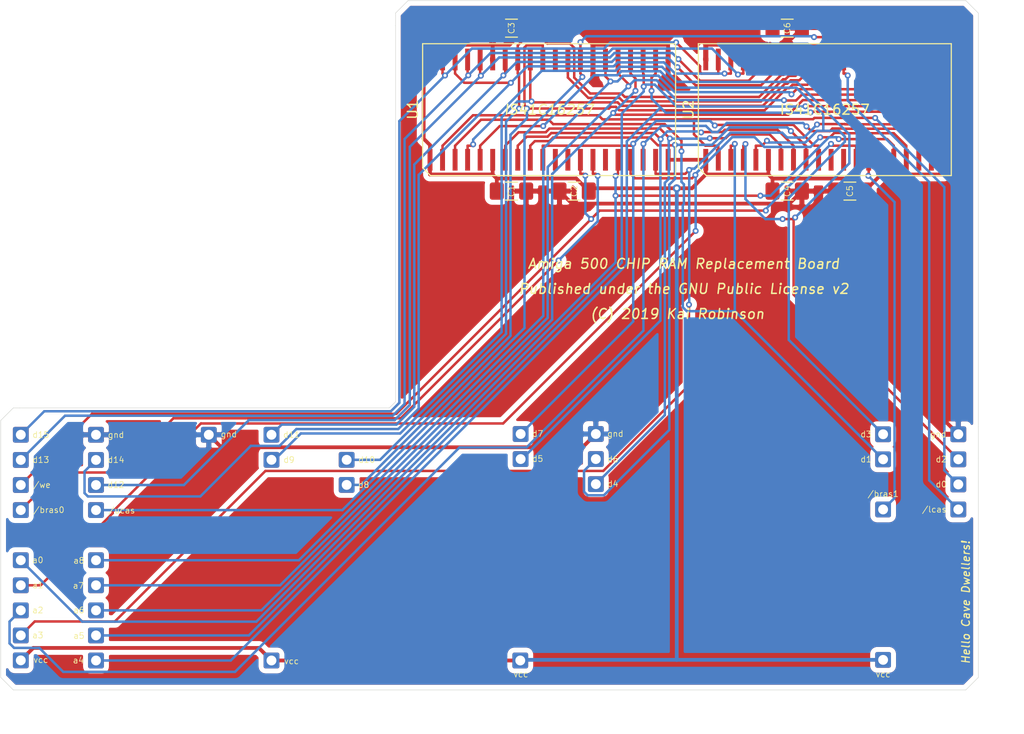
<source format=kicad_pcb>
(kicad_pcb (version 20171130) (host pcbnew "(5.1.2-1)-1")
  (layers (0 F.Cu mixed) (31 B.Cu mixed) (35 F.Paste user) (37 F.SilkS user) (38 B.Mask user) (39 F.Mask user) (44 Edge.Cuts user))
  (net 0 "")
  (net 1 /d0)
  (net 2 /d1)
  (net 3 /d2)
  (net 4 /d3)
  (net 5 /d4)
  (net 6 /d5)
  (net 7 /d6)
  (net 8 /d7)
  (net 9 /_we)
  (net 10 /_bras0)
  (net 11 /a0)
  (net 12 /a1)
  (net 13 /a2)
  (net 14 /a3)
  (net 15 /gnd)
  (net 16 /a4)
  (net 17 /a5)
  (net 18 /a6)
  (net 19 /a7)
  (net 20 /a8)
  (net 21 /_ucas)
  (net 22 /_lcas)
  (net 23 /d8)
  (net 24 /d9)
  (net 25 /d10)
  (net 26 /d11)
  (net 27 /d12)
  (net 28 /d13)
  (net 29 /d14)
  (net 30 /d15)
  (net 31 /_bras1)
  (net 32 /vcc5)
  (net 33 "Net-(U1-Pad30)")
  (net 34 "Net-(U1-Pad11)")
  (net 35 "Net-(U1-Pad12)")
  (net 36 "Net-(U1-Pad15)")
  (net 37 "Net-(U2-Pad15)")
  (net 38 "Net-(U2-Pad12)")
  (net 39 "Net-(U2-Pad11)")
  (net 40 "Net-(U2-Pad30)")
  (module Connector_PinHeader_2.54mm:PinHeader_1x01_P2.54mm_Vertical (layer F.Cu) (at 143.002 97.3328)
    (fp_text reference vcc_u19 hide)
    (fp_text value Conn_01x01)
    (pad 1 thru_hole roundrect (at 0 0) (size 1.6 1.6) (drill 1) (layers *.Cu *.Mask) (roundrect_rratio 0.125) (net 32 /vcc5))
  )
  (module Capacitor_SMD:C_1206_3216Metric_Pad1.42x1.75mm_HandSolder (layer F.Cu) (at 192.722 49.784)
    (fp_text reference C1 (at 0 0 -270) (layer F.SilkS) (effects (font (size 0.6 0.6) (thickness 0.075))))
    (fp_text value 0.1uF)
    (pad 1 smd roundrect (at -1.4875 0) (size 1.425 1.75) (layers F.Cu F.Paste F.Mask) (roundrect_rratio 0.175439) (net 32 /vcc5))
    (pad 2 smd roundrect (at 1.4875 0) (size 1.425 1.75) (layers F.Cu F.Paste F.Mask) (roundrect_rratio 0.175439) (net 15 /gnd))
  )
  (module Capacitor_SMD:C_1206_3216Metric_Pad1.42x1.75mm_HandSolder (layer F.Cu) (at 199.072 49.784 180)
    (fp_text reference C2 (at 0 0 90) (layer F.SilkS) (effects (font (size 0.6 0.6) (thickness 0.075))))
    (fp_text value 0.1uF)
    (pad 2 smd roundrect (at 1.4875 0 180) (size 1.425 1.75) (layers F.Cu F.Paste F.Mask) (roundrect_rratio 0.175439) (net 15 /gnd))
    (pad 1 smd roundrect (at -1.4875 0 180) (size 1.425 1.75) (layers F.Cu F.Paste F.Mask) (roundrect_rratio 0.175439) (net 32 /vcc5))
  )
  (module Capacitor_SMD:C_1206_3216Metric_Pad1.42x1.75mm_HandSolder (layer F.Cu) (at 192.722 33.274)
    (fp_text reference C3 (at 0 0 -270) (layer F.SilkS) (effects (font (size 0.6 0.6) (thickness 0.075))))
    (fp_text value 0.1uF)
    (pad 1 smd roundrect (at -1.4875 0) (size 1.425 1.75) (layers F.Cu F.Paste F.Mask) (roundrect_rratio 0.175439) (net 32 /vcc5))
    (pad 2 smd roundrect (at 1.4875 0) (size 1.425 1.75) (layers F.Cu F.Paste F.Mask) (roundrect_rratio 0.175439) (net 15 /gnd))
  )
  (module Capacitor_SMD:C_1206_3216Metric_Pad1.42x1.75mm_HandSolder (layer F.Cu) (at 220.662 49.784)
    (fp_text reference C4 (at 0 0 -270) (layer F.SilkS) (effects (font (size 0.6 0.6) (thickness 0.075))))
    (fp_text value 0.1uF)
    (pad 2 smd roundrect (at 1.4875 0) (size 1.425 1.75) (layers F.Cu F.Paste F.Mask) (roundrect_rratio 0.175439) (net 15 /gnd))
    (pad 1 smd roundrect (at -1.4875 0) (size 1.425 1.75) (layers F.Cu F.Paste F.Mask) (roundrect_rratio 0.175439) (net 32 /vcc5))
  )
  (module Connector_PinHeader_2.54mm:PinHeader_1x01_P2.54mm_Vertical (layer F.Cu) (at 237.998 79.502)
    (fp_text reference d0 (at -1.7272 0) (layer F.SilkS) (effects (font (size 0.6 0.6) (thickness 0.075))))
    (fp_text value Conn_01x01)
    (pad 1 thru_hole roundrect (at 0 0) (size 1.6 1.6) (drill 1) (layers *.Cu *.Mask) (roundrect_rratio 0.125) (net 1 /d0))
  )
  (module Connector_PinHeader_2.54mm:PinHeader_1x01_P2.54mm_Vertical (layer F.Cu) (at 230.378 76.962)
    (fp_text reference d1 (at -1.7272 0) (layer F.SilkS) (effects (font (size 0.6 0.6) (thickness 0.075))))
    (fp_text value Conn_01x01)
    (pad 1 thru_hole roundrect (at 0 0) (size 1.6 1.6) (drill 1) (layers *.Cu *.Mask) (roundrect_rratio 0.125) (net 2 /d1))
  )
  (module Connector_PinHeader_2.54mm:PinHeader_1x01_P2.54mm_Vertical (layer F.Cu) (at 237.998 76.962)
    (fp_text reference d2 (at -1.7272 0) (layer F.SilkS) (effects (font (size 0.6 0.6) (thickness 0.075))))
    (fp_text value Conn_01x01)
    (pad 1 thru_hole roundrect (at 0 0) (size 1.6 1.6) (drill 1) (layers *.Cu *.Mask) (roundrect_rratio 0.125) (net 3 /d2))
  )
  (module Connector_PinHeader_2.54mm:PinHeader_1x01_P2.54mm_Vertical (layer F.Cu) (at 230.378 74.422)
    (fp_text reference d3 (at -1.7272 0) (layer F.SilkS) (effects (font (size 0.6 0.6) (thickness 0.075))))
    (fp_text value Conn_01x01)
    (pad 1 thru_hole roundrect (at 0 0) (size 1.6 1.6) (drill 1) (layers *.Cu *.Mask) (roundrect_rratio 0.125) (net 4 /d3))
  )
  (module Connector_PinHeader_2.54mm:PinHeader_1x01_P2.54mm_Vertical (layer F.Cu) (at 201.27 79.4766)
    (fp_text reference d4 (at 1.7272 -0.0254) (layer F.SilkS) (effects (font (size 0.6 0.6) (thickness 0.075))))
    (fp_text value Conn_01x01)
    (pad 1 thru_hole roundrect (at 0 0) (size 1.6 1.6) (drill 1) (layers *.Cu *.Mask) (roundrect_rratio 0.125) (net 5 /d4))
  )
  (module Connector_PinHeader_2.54mm:PinHeader_1x01_P2.54mm_Vertical (layer F.Cu) (at 193.65 76.9366)
    (fp_text reference d5 (at 1.7272 -0.0254) (layer F.SilkS) (effects (font (size 0.6 0.6) (thickness 0.075))))
    (fp_text value Conn_01x01)
    (pad 1 thru_hole roundrect (at 0 0) (size 1.6 1.6) (drill 1) (layers *.Cu *.Mask) (roundrect_rratio 0.125) (net 6 /d5))
  )
  (module Connector_PinHeader_2.54mm:PinHeader_1x01_P2.54mm_Vertical (layer F.Cu) (at 201.27 76.9366)
    (fp_text reference d6 (at 1.7272 0.0254) (layer F.SilkS) (effects (font (size 0.6 0.6) (thickness 0.075))))
    (fp_text value Conn_01x01)
    (pad 1 thru_hole roundrect (at 0 0) (size 1.6 1.6) (drill 1) (layers *.Cu *.Mask) (roundrect_rratio 0.125) (net 7 /d6))
  )
  (module Connector_PinHeader_2.54mm:PinHeader_1x01_P2.54mm_Vertical (layer F.Cu) (at 193.65 74.3966)
    (fp_text reference d7 (at 1.7272 -0.0254) (layer F.SilkS) (effects (font (size 0.6 0.6) (thickness 0.075))))
    (fp_text value Conn_01x01)
    (pad 1 thru_hole roundrect (at 0 0) (size 1.6 1.6) (drill 1) (layers *.Cu *.Mask) (roundrect_rratio 0.125) (net 8 /d7))
  )
  (module Connector_PinHeader_2.54mm:PinHeader_1x01_P2.54mm_Vertical (layer F.Cu) (at 176.022 79.5528)
    (fp_text reference d8 (at 1.7272 0) (layer F.SilkS) (effects (font (size 0.6 0.6) (thickness 0.075))))
    (fp_text value Conn_01x01)
    (pad 1 thru_hole roundrect (at 0 0) (size 1.6 1.6) (drill 1) (layers *.Cu *.Mask) (roundrect_rratio 0.125) (net 23 /d8))
  )
  (module Connector_PinHeader_2.54mm:PinHeader_1x01_P2.54mm_Vertical (layer F.Cu) (at 168.402 77.0128)
    (fp_text reference d9 (at 1.778 0) (layer F.SilkS) (effects (font (size 0.6 0.6) (thickness 0.075))))
    (fp_text value Conn_01x01)
    (pad 1 thru_hole roundrect (at 0 0) (size 1.6 1.6) (drill 1) (layers *.Cu *.Mask) (roundrect_rratio 0.125) (net 24 /d9))
  )
  (module Connector_PinHeader_2.54mm:PinHeader_1x01_P2.54mm_Vertical (layer F.Cu) (at 176.022 77.0128)
    (fp_text reference d10 (at 2.032 0) (layer F.SilkS) (effects (font (size 0.6 0.6) (thickness 0.075))))
    (fp_text value Conn_01x01)
    (pad 1 thru_hole roundrect (at 0 0) (size 1.6 1.6) (drill 1) (layers *.Cu *.Mask) (roundrect_rratio 0.125) (net 25 /d10))
  )
  (module Connector_PinHeader_2.54mm:PinHeader_1x01_P2.54mm_Vertical (layer F.Cu) (at 168.402 74.473)
    (fp_text reference d11 (at 2.032 -0.0002) (layer F.SilkS) (effects (font (size 0.6 0.6) (thickness 0.075))))
    (fp_text value Conn_01x01)
    (pad 1 thru_hole roundrect (at 0 0) (size 1.6 1.6) (drill 1) (layers *.Cu *.Mask) (roundrect_rratio 0.125) (net 26 /d11))
  )
  (module Connector_PinHeader_2.54mm:PinHeader_1x01_P2.54mm_Vertical (layer F.Cu) (at 150.622 79.5655)
    (fp_text reference d12 (at 2.032 -0.0127) (layer F.SilkS) (effects (font (size 0.6 0.6) (thickness 0.075))))
    (fp_text value Conn_01x01)
    (pad 1 thru_hole roundrect (at 0 0) (size 1.6 1.6) (drill 1) (layers *.Cu *.Mask) (roundrect_rratio 0.125) (net 27 /d12))
  )
  (module Connector_PinHeader_2.54mm:PinHeader_1x01_P2.54mm_Vertical (layer F.Cu) (at 143.002 77.0255)
    (fp_text reference d13 (at 2.032 -0.0127) (layer F.SilkS) (effects (font (size 0.6 0.6) (thickness 0.075))))
    (fp_text value Conn_01x01)
    (pad 1 thru_hole roundrect (at 0 0) (size 1.6 1.6) (drill 1) (layers *.Cu *.Mask) (roundrect_rratio 0.125) (net 28 /d13))
  )
  (module Connector_PinHeader_2.54mm:PinHeader_1x01_P2.54mm_Vertical (layer F.Cu) (at 150.622 77.0255)
    (fp_text reference d14 (at 2.032 -0.0127) (layer F.SilkS) (effects (font (size 0.6 0.6) (thickness 0.075))))
    (fp_text value Conn_01x01)
    (pad 1 thru_hole roundrect (at 0 0) (size 1.6 1.6) (drill 1) (layers *.Cu *.Mask) (roundrect_rratio 0.125) (net 29 /d14))
  )
  (module Connector_PinHeader_2.54mm:PinHeader_1x01_P2.54mm_Vertical (layer F.Cu) (at 143.002 74.473)
    (fp_text reference d15 (at 2.032 -0.0002) (layer F.SilkS) (effects (font (size 0.6 0.6) (thickness 0.075))))
    (fp_text value Conn_01x01)
    (pad 1 thru_hole roundrect (at 0 0) (size 1.6 1.6) (drill 1) (layers *.Cu *.Mask) (roundrect_rratio 0.125) (net 30 /d15))
  )
  (module Connector_PinHeader_2.54mm:PinHeader_1x01_P2.54mm_Vertical (layer F.Cu) (at 143.002 82.1055)
    (fp_text reference /bras0 (at 2.8448 -0.0127) (layer F.SilkS) (effects (font (size 0.6 0.6) (thickness 0.075))))
    (fp_text value Conn_01x01)
    (pad 1 thru_hole roundrect (at 0 0) (size 1.6 1.6) (drill 1) (layers *.Cu *.Mask) (roundrect_rratio 0.125) (net 10 /_bras0))
  )
  (module Connector_PinHeader_2.54mm:PinHeader_1x01_P2.54mm_Vertical (layer F.Cu) (at 230.378 82.042)
    (fp_text reference /bras1 (at 0 -1.5748) (layer F.SilkS) (effects (font (size 0.6 0.6) (thickness 0.075))))
    (fp_text value Conn_01x01)
    (pad 1 thru_hole roundrect (at 0 0) (size 1.6 1.6) (drill 1) (layers *.Cu *.Mask) (roundrect_rratio 0.125) (net 31 /_bras1))
  )
  (module Connector_PinHeader_2.54mm:PinHeader_1x01_P2.54mm_Vertical (layer F.Cu) (at 168.402 97.3455)
    (fp_text reference vcc_u23 hide)
    (fp_text value Conn_01x01)
    (pad 1 thru_hole roundrect (at 0 0) (size 1.6 1.6) (drill 1) (layers *.Cu *.Mask) (roundrect_rratio 0.125) (net 32 /vcc5))
  )
  (module Connector_PinHeader_2.54mm:PinHeader_1x01_P2.54mm_Vertical (layer F.Cu) (at 162.052 74.4728)
    (fp_text reference gnd_u23 hide)
    (fp_text value Conn_01x01)
    (pad 1 thru_hole roundrect (at 0 0) (size 1.6 1.6) (drill 1) (layers *.Cu *.Mask) (roundrect_rratio 0.125) (net 15 /gnd))
  )
  (module Connector_PinHeader_2.54mm:PinHeader_1x01_P2.54mm_Vertical (layer F.Cu) (at 150.622 82.1055)
    (fp_text reference /ucas (at 2.5908 0.0381) (layer F.SilkS) (effects (font (size 0.6 0.6) (thickness 0.075))))
    (fp_text value Conn_01x01)
    (pad 1 thru_hole roundrect (at 0 0) (size 1.6 1.6) (drill 1) (layers *.Cu *.Mask) (roundrect_rratio 0.125) (net 21 /_ucas))
  )
  (module Connector_PinHeader_2.54mm:PinHeader_1x01_P2.54mm_Vertical (layer F.Cu) (at 237.998 82.042)
    (fp_text reference /lcas (at -2.4384 0) (layer F.SilkS) (effects (font (size 0.6 0.6) (thickness 0.075))))
    (fp_text value Conn_01x01)
    (pad 1 thru_hole roundrect (at 0 0) (size 1.6 1.6) (drill 1) (layers *.Cu *.Mask) (roundrect_rratio 0.125) (net 22 /_lcas))
  )
  (module Connector_PinHeader_2.54mm:PinHeader_1x01_P2.54mm_Vertical (layer F.Cu) (at 143.002 79.5655)
    (fp_text reference /we (at 2.1336 -0.0127) (layer F.SilkS) (effects (font (size 0.6 0.6) (thickness 0.075))))
    (fp_text value Conn_01x01)
    (pad 1 thru_hole roundrect (at 0 0) (size 1.6 1.6) (drill 1) (layers *.Cu *.Mask) (roundrect_rratio 0.125) (net 9 /_we))
  )
  (module Connector_PinHeader_2.54mm:PinHeader_1x01_P2.54mm_Vertical (layer F.Cu) (at 143.002 87.1855)
    (fp_text reference a0 (at 1.7272 -0.0127) (layer F.SilkS) (effects (font (size 0.6 0.6) (thickness 0.075))))
    (fp_text value Conn_01x01)
    (pad 1 thru_hole roundrect (at 0 0) (size 1.6 1.6) (drill 1) (layers *.Cu *.Mask) (roundrect_rratio 0.125) (net 11 /a0))
  )
  (module Connector_PinHeader_2.54mm:PinHeader_1x01_P2.54mm_Vertical (layer F.Cu) (at 143.002 89.7255)
    (fp_text reference a1 (at 1.7272 -0.0127) (layer F.SilkS) (effects (font (size 0.6 0.6) (thickness 0.075))))
    (fp_text value Conn_01x01)
    (pad 1 thru_hole roundrect (at 0 0) (size 1.6 1.6) (drill 1) (layers *.Cu *.Mask) (roundrect_rratio 0.125) (net 12 /a1))
  )
  (module Connector_PinHeader_2.54mm:PinHeader_1x01_P2.54mm_Vertical (layer F.Cu) (at 143.002 92.2655)
    (fp_text reference a2 (at 1.7272 -0.0127) (layer F.SilkS) (effects (font (size 0.6 0.6) (thickness 0.075))))
    (fp_text value Conn_01x01)
    (pad 1 thru_hole roundrect (at 0 0) (size 1.6 1.6) (drill 1) (layers *.Cu *.Mask) (roundrect_rratio 0.125) (net 13 /a2))
  )
  (module Connector_PinHeader_2.54mm:PinHeader_1x01_P2.54mm_Vertical (layer F.Cu) (at 143.002 94.8055)
    (fp_text reference a3 (at 1.7272 -0.0127) (layer F.SilkS) (effects (font (size 0.6 0.6) (thickness 0.075))))
    (fp_text value Conn_01x01)
    (pad 1 thru_hole roundrect (at 0 0) (size 1.6 1.6) (drill 1) (layers *.Cu *.Mask) (roundrect_rratio 0.125) (net 14 /a3))
  )
  (module Connector_PinHeader_2.54mm:PinHeader_1x01_P2.54mm_Vertical (layer F.Cu) (at 150.622 97.3455)
    (fp_text reference a4 (at -1.778 -0.0127) (layer F.SilkS) (effects (font (size 0.6 0.6) (thickness 0.075))))
    (fp_text value Conn_01x01)
    (pad 1 thru_hole roundrect (at 0 0) (size 1.6 1.6) (drill 1) (layers *.Cu *.Mask) (roundrect_rratio 0.125) (net 16 /a4))
  )
  (module Connector_PinHeader_2.54mm:PinHeader_1x01_P2.54mm_Vertical (layer F.Cu) (at 150.622 94.8055)
    (fp_text reference a5 (at -1.7272 0.0381) (layer F.SilkS) (effects (font (size 0.6 0.6) (thickness 0.075))))
    (fp_text value Conn_01x01)
    (pad 1 thru_hole roundrect (at 0 0) (size 1.6 1.6) (drill 1) (layers *.Cu *.Mask) (roundrect_rratio 0.125) (net 17 /a5))
  )
  (module Connector_PinHeader_2.54mm:PinHeader_1x01_P2.54mm_Vertical (layer F.Cu) (at 150.622 92.2655)
    (fp_text reference a6 (at -1.7272 -0.0127) (layer F.SilkS) (effects (font (size 0.6 0.6) (thickness 0.075))))
    (fp_text value Conn_01x01)
    (pad 1 thru_hole roundrect (at 0 0) (size 1.6 1.6) (drill 1) (layers *.Cu *.Mask) (roundrect_rratio 0.125) (net 18 /a6))
  )
  (module Connector_PinHeader_2.54mm:PinHeader_1x01_P2.54mm_Vertical (layer F.Cu) (at 150.622 89.7255)
    (fp_text reference a7 (at -1.778 0.0381) (layer F.SilkS) (effects (font (size 0.6 0.6) (thickness 0.075))))
    (fp_text value Conn_01x01)
    (pad 1 thru_hole roundrect (at 0 0) (size 1.6 1.6) (drill 1) (layers *.Cu *.Mask) (roundrect_rratio 0.125) (net 19 /a7))
  )
  (module Connector_PinHeader_2.54mm:PinHeader_1x01_P2.54mm_Vertical (layer F.Cu) (at 150.622 87.1855)
    (fp_text reference a8 (at -1.7272 0.0381) (layer F.SilkS) (effects (font (size 0.6 0.6) (thickness 0.075))))
    (fp_text value Conn_01x01)
    (pad 1 thru_hole roundrect (at 0 0) (size 1.6 1.6) (drill 1) (layers *.Cu *.Mask) (roundrect_rratio 0.125) (net 20 /a8))
  )
  (module Connector_PinHeader_2.54mm:PinHeader_1x01_P2.54mm_Vertical (layer F.Cu) (at 201.27 74.3966)
    (fp_text reference gnd (at 1.9812 -0.0254) (layer F.SilkS) (effects (font (size 0.6 0.6) (thickness 0.075))))
    (fp_text value Conn_01x01)
    (pad 1 thru_hole roundrect (at 0 0) (size 1.6 1.6) (drill 1) (layers *.Cu *.Mask) (roundrect_rratio 0.125) (net 15 /gnd))
  )
  (module Connector_PinHeader_2.54mm:PinHeader_1x01_P2.54mm_Vertical (layer F.Cu) (at 150.622 74.4728)
    (fp_text reference gnd_u19 hide)
    (fp_text value Conn_01x01)
    (pad 1 thru_hole roundrect (at 0 0) (size 1.6 1.6) (drill 1) (layers *.Cu *.Mask) (roundrect_rratio 0.125) (net 15 /gnd))
  )
  (module Connector_PinHeader_2.54mm:PinHeader_1x01_P2.54mm_Vertical (layer F.Cu) (at 237.998 74.422)
    (fp_text reference gnd_u20 hide)
    (fp_text value Conn_01x01)
    (pad 1 thru_hole roundrect (at 0 0) (size 1.6 1.6) (drill 1) (layers *.Cu *.Mask) (roundrect_rratio 0.125) (net 15 /gnd))
  )
  (module Connector_PinHeader_2.54mm:PinHeader_1x01_P2.54mm_Vertical (layer F.Cu) (at 193.612 97.3455)
    (fp_text reference vcc_u17 hide)
    (fp_text value Conn_01x01)
    (pad 1 thru_hole roundrect (at 0 0) (size 1.6 1.6) (drill 1) (layers *.Cu *.Mask) (roundrect_rratio 0.125) (net 32 /vcc5))
  )
  (module Connector_PinHeader_2.54mm:PinHeader_1x01_P2.54mm_Vertical (layer F.Cu) (at 230.378 97.282)
    (fp_text reference vcc_u20 hide)
    (fp_text value Conn_01x01)
    (pad 1 thru_hole roundrect (at 0 0) (size 1.6 1.6) (drill 1) (layers *.Cu *.Mask) (roundrect_rratio 0.125) (net 32 /vcc5))
  )
  (module Capacitor_SMD:C_1206_3216Metric_Pad1.42x1.75mm_HandSolder (layer F.Cu) (at 227.012 49.784 180)
    (fp_text reference C5 (at 0 0 90) (layer F.SilkS) (effects (font (size 0.6 0.6) (thickness 0.075))))
    (fp_text value 0.1uF)
    (pad 1 smd roundrect (at -1.4875 0 180) (size 1.425 1.75) (layers F.Cu F.Paste F.Mask) (roundrect_rratio 0.175439) (net 32 /vcc5))
    (pad 2 smd roundrect (at 1.4875 0 180) (size 1.425 1.75) (layers F.Cu F.Paste F.Mask) (roundrect_rratio 0.175439) (net 15 /gnd))
  )
  (module Capacitor_SMD:C_1206_3216Metric_Pad1.42x1.75mm_HandSolder (layer F.Cu) (at 220.662 33.274)
    (fp_text reference C6 (at 0 0 -270) (layer F.SilkS) (effects (font (size 0.6 0.6) (thickness 0.075))))
    (fp_text value 0.1uF)
    (pad 2 smd roundrect (at 1.4875 0) (size 1.425 1.75) (layers F.Cu F.Paste F.Mask) (roundrect_rratio 0.175439) (net 15 /gnd))
    (pad 1 smd roundrect (at -1.4875 0) (size 1.425 1.75) (layers F.Cu F.Paste F.Mask) (roundrect_rratio 0.175439) (net 32 /vcc5))
  )
  (module Package_SO_J-Lead:SOJ-40 (layer F.Cu) (at 196.532 41.529)
    (fp_text reference U1 (at -13.815 0 -270) (layer F.SilkS))
    (fp_text value IS41C16257)
    (pad 40 smd rect (at -12.065 -5.08) (size 0.5 2.2) (layers F.Cu F.Paste F.Mask) (net 15 /gnd))
    (pad 1 smd rect (at -12.065 5.08) (size 0.5 2.2) (layers F.Cu F.Paste F.Mask) (net 32 /vcc5))
    (pad 39 smd rect (at -10.795 -5.08) (size 0.5 2.2) (layers F.Cu F.Paste F.Mask) (net 30 /d15))
    (pad 2 smd rect (at -10.795 5.08) (size 0.5 2.2) (layers F.Cu F.Paste F.Mask) (net 1 /d0))
    (pad 38 smd rect (at -9.525 -5.08) (size 0.5 2.2) (layers F.Cu F.Paste F.Mask) (net 29 /d14))
    (pad 3 smd rect (at -9.525 5.08) (size 0.5 2.2) (layers F.Cu F.Paste F.Mask) (net 2 /d1))
    (pad 37 smd rect (at -8.255 -5.08) (size 0.5 2.2) (layers F.Cu F.Paste F.Mask) (net 28 /d13))
    (pad 4 smd rect (at -8.255 5.08) (size 0.5 2.2) (layers F.Cu F.Paste F.Mask) (net 3 /d2))
    (pad 36 smd rect (at -6.985 -5.08) (size 0.5 2.2) (layers F.Cu F.Paste F.Mask) (net 27 /d12))
    (pad 5 smd rect (at -6.985 5.08) (size 0.5 2.2) (layers F.Cu F.Paste F.Mask) (net 4 /d3))
    (pad 35 smd rect (at -5.715 -5.08) (size 0.5 2.2) (layers F.Cu F.Paste F.Mask) (net 15 /gnd))
    (pad 6 smd rect (at -5.715 5.08) (size 0.5 2.2) (layers F.Cu F.Paste F.Mask) (net 32 /vcc5))
    (pad 34 smd rect (at -4.445 -5.08) (size 0.5 2.2) (layers F.Cu F.Paste F.Mask) (net 26 /d11))
    (pad 7 smd rect (at -4.445 5.08) (size 0.5 2.2) (layers F.Cu F.Paste F.Mask) (net 5 /d4))
    (pad 33 smd rect (at -3.175 -5.08) (size 0.5 2.2) (layers F.Cu F.Paste F.Mask) (net 25 /d10))
    (pad 8 smd rect (at -3.175 5.08) (size 0.5 2.2) (layers F.Cu F.Paste F.Mask) (net 6 /d5))
    (pad 32 smd rect (at -1.905 -5.08) (size 0.5 2.2) (layers F.Cu F.Paste F.Mask) (net 24 /d9))
    (pad 9 smd rect (at -1.905 5.08) (size 0.5 2.2) (layers F.Cu F.Paste F.Mask) (net 7 /d6))
    (pad 31 smd rect (at -0.635 -5.08) (size 0.5 2.2) (layers F.Cu F.Paste F.Mask) (net 23 /d8))
    (pad 10 smd rect (at -0.635 5.08) (size 0.5 2.2) (layers F.Cu F.Paste F.Mask) (net 8 /d7))
    (pad 30 smd rect (at 0.635 -5.08) (size 0.5 2.2) (layers F.Cu F.Paste F.Mask) (net 33 "Net-(U1-Pad30)"))
    (pad 11 smd rect (at 0.635 5.08) (size 0.5 2.2) (layers F.Cu F.Paste F.Mask) (net 34 "Net-(U1-Pad11)"))
    (pad 29 smd rect (at 1.905 -5.08) (size 0.5 2.2) (layers F.Cu F.Paste F.Mask) (net 22 /_lcas))
    (pad 12 smd rect (at 1.905 5.08) (size 0.5 2.2) (layers F.Cu F.Paste F.Mask) (net 35 "Net-(U1-Pad12)"))
    (pad 28 smd rect (at 3.175 -5.08) (size 0.5 2.2) (layers F.Cu F.Paste F.Mask) (net 21 /_ucas))
    (pad 13 smd rect (at 3.175 5.08) (size 0.5 2.2) (layers F.Cu F.Paste F.Mask) (net 9 /_we))
    (pad 27 smd rect (at 4.445 -5.08) (size 0.5 2.2) (layers F.Cu F.Paste F.Mask) (net 15 /gnd))
    (pad 14 smd rect (at 4.445 5.08) (size 0.5 2.2) (layers F.Cu F.Paste F.Mask) (net 10 /_bras0))
    (pad 26 smd rect (at 5.715 -5.08) (size 0.5 2.2) (layers F.Cu F.Paste F.Mask) (net 20 /a8))
    (pad 15 smd rect (at 5.715 5.08) (size 0.5 2.2) (layers F.Cu F.Paste F.Mask) (net 36 "Net-(U1-Pad15)"))
    (pad 25 smd rect (at 6.985 -5.08) (size 0.5 2.2) (layers F.Cu F.Paste F.Mask) (net 19 /a7))
    (pad 16 smd rect (at 6.985 5.08) (size 0.5 2.2) (layers F.Cu F.Paste F.Mask) (net 11 /a0))
    (pad 24 smd rect (at 8.255 -5.08) (size 0.5 2.2) (layers F.Cu F.Paste F.Mask) (net 18 /a6))
    (pad 17 smd rect (at 8.255 5.08) (size 0.5 2.2) (layers F.Cu F.Paste F.Mask) (net 12 /a1))
    (pad 23 smd rect (at 9.525 -5.08) (size 0.5 2.2) (layers F.Cu F.Paste F.Mask) (net 17 /a5))
    (pad 18 smd rect (at 9.525 5.08) (size 0.5 2.2) (layers F.Cu F.Paste F.Mask) (net 13 /a2))
    (pad 22 smd rect (at 10.795 -5.08) (size 0.5 2.2) (layers F.Cu F.Paste F.Mask) (net 16 /a4))
    (pad 19 smd rect (at 10.795 5.08) (size 0.5 2.2) (layers F.Cu F.Paste F.Mask) (net 14 /a3))
    (pad 21 smd rect (at 12.065 -5.08) (size 0.5 2.2) (layers F.Cu F.Paste F.Mask) (net 15 /gnd))
    (pad 20 smd rect (at 12.065 5.08) (size 0.5 2.2) (layers F.Cu F.Paste F.Mask) (net 32 /vcc5))
  )
  (module Package_SO_J-Lead:SOJ-40 (layer F.Cu) (at 224.472 41.529)
    (fp_text reference U2 (at -13.815 0 -270) (layer F.SilkS))
    (fp_text value IS41C16257)
    (pad 20 smd rect (at 12.065 5.08) (size 0.5 2.2) (layers F.Cu F.Paste F.Mask) (net 32 /vcc5))
    (pad 21 smd rect (at 12.065 -5.08) (size 0.5 2.2) (layers F.Cu F.Paste F.Mask) (net 15 /gnd))
    (pad 19 smd rect (at 10.795 5.08) (size 0.5 2.2) (layers F.Cu F.Paste F.Mask) (net 14 /a3))
    (pad 22 smd rect (at 10.795 -5.08) (size 0.5 2.2) (layers F.Cu F.Paste F.Mask) (net 16 /a4))
    (pad 18 smd rect (at 9.525 5.08) (size 0.5 2.2) (layers F.Cu F.Paste F.Mask) (net 13 /a2))
    (pad 23 smd rect (at 9.525 -5.08) (size 0.5 2.2) (layers F.Cu F.Paste F.Mask) (net 17 /a5))
    (pad 17 smd rect (at 8.255 5.08) (size 0.5 2.2) (layers F.Cu F.Paste F.Mask) (net 12 /a1))
    (pad 24 smd rect (at 8.255 -5.08) (size 0.5 2.2) (layers F.Cu F.Paste F.Mask) (net 18 /a6))
    (pad 16 smd rect (at 6.985 5.08) (size 0.5 2.2) (layers F.Cu F.Paste F.Mask) (net 11 /a0))
    (pad 25 smd rect (at 6.985 -5.08) (size 0.5 2.2) (layers F.Cu F.Paste F.Mask) (net 19 /a7))
    (pad 15 smd rect (at 5.715 5.08) (size 0.5 2.2) (layers F.Cu F.Paste F.Mask) (net 37 "Net-(U2-Pad15)"))
    (pad 26 smd rect (at 5.715 -5.08) (size 0.5 2.2) (layers F.Cu F.Paste F.Mask) (net 20 /a8))
    (pad 14 smd rect (at 4.445 5.08) (size 0.5 2.2) (layers F.Cu F.Paste F.Mask) (net 31 /_bras1))
    (pad 27 smd rect (at 4.445 -5.08) (size 0.5 2.2) (layers F.Cu F.Paste F.Mask) (net 15 /gnd))
    (pad 13 smd rect (at 3.175 5.08) (size 0.5 2.2) (layers F.Cu F.Paste F.Mask) (net 9 /_we))
    (pad 28 smd rect (at 3.175 -5.08) (size 0.5 2.2) (layers F.Cu F.Paste F.Mask) (net 21 /_ucas))
    (pad 12 smd rect (at 1.905 5.08) (size 0.5 2.2) (layers F.Cu F.Paste F.Mask) (net 38 "Net-(U2-Pad12)"))
    (pad 29 smd rect (at 1.905 -5.08) (size 0.5 2.2) (layers F.Cu F.Paste F.Mask) (net 22 /_lcas))
    (pad 11 smd rect (at 0.635 5.08) (size 0.5 2.2) (layers F.Cu F.Paste F.Mask) (net 39 "Net-(U2-Pad11)"))
    (pad 30 smd rect (at 0.635 -5.08) (size 0.5 2.2) (layers F.Cu F.Paste F.Mask) (net 40 "Net-(U2-Pad30)"))
    (pad 10 smd rect (at -0.635 5.08) (size 0.5 2.2) (layers F.Cu F.Paste F.Mask) (net 8 /d7))
    (pad 31 smd rect (at -0.635 -5.08) (size 0.5 2.2) (layers F.Cu F.Paste F.Mask) (net 23 /d8))
    (pad 9 smd rect (at -1.905 5.08) (size 0.5 2.2) (layers F.Cu F.Paste F.Mask) (net 7 /d6))
    (pad 32 smd rect (at -1.905 -5.08) (size 0.5 2.2) (layers F.Cu F.Paste F.Mask) (net 24 /d9))
    (pad 8 smd rect (at -3.175 5.08) (size 0.5 2.2) (layers F.Cu F.Paste F.Mask) (net 6 /d5))
    (pad 33 smd rect (at -3.175 -5.08) (size 0.5 2.2) (layers F.Cu F.Paste F.Mask) (net 25 /d10))
    (pad 7 smd rect (at -4.445 5.08) (size 0.5 2.2) (layers F.Cu F.Paste F.Mask) (net 5 /d4))
    (pad 34 smd rect (at -4.445 -5.08) (size 0.5 2.2) (layers F.Cu F.Paste F.Mask) (net 26 /d11))
    (pad 6 smd rect (at -5.715 5.08) (size 0.5 2.2) (layers F.Cu F.Paste F.Mask) (net 32 /vcc5))
    (pad 35 smd rect (at -5.715 -5.08) (size 0.5 2.2) (layers F.Cu F.Paste F.Mask) (net 15 /gnd))
    (pad 5 smd rect (at -6.985 5.08) (size 0.5 2.2) (layers F.Cu F.Paste F.Mask) (net 4 /d3))
    (pad 36 smd rect (at -6.985 -5.08) (size 0.5 2.2) (layers F.Cu F.Paste F.Mask) (net 27 /d12))
    (pad 4 smd rect (at -8.255 5.08) (size 0.5 2.2) (layers F.Cu F.Paste F.Mask) (net 3 /d2))
    (pad 37 smd rect (at -8.255 -5.08) (size 0.5 2.2) (layers F.Cu F.Paste F.Mask) (net 28 /d13))
    (pad 3 smd rect (at -9.525 5.08) (size 0.5 2.2) (layers F.Cu F.Paste F.Mask) (net 2 /d1))
    (pad 38 smd rect (at -9.525 -5.08) (size 0.5 2.2) (layers F.Cu F.Paste F.Mask) (net 29 /d14))
    (pad 2 smd rect (at -10.795 5.08) (size 0.5 2.2) (layers F.Cu F.Paste F.Mask) (net 1 /d0))
    (pad 39 smd rect (at -10.795 -5.08) (size 0.5 2.2) (layers F.Cu F.Paste F.Mask) (net 30 /d15))
    (pad 1 smd rect (at -12.065 5.08) (size 0.5 2.2) (layers F.Cu F.Paste F.Mask) (net 32 /vcc5))
    (pad 40 smd rect (at -12.065 -5.08) (size 0.5 2.2) (layers F.Cu F.Paste F.Mask) (net 15 /gnd))
  )
  (gr_line (start 180.975 31.75) (end 180.975 33.02) (layer Edge.Cuts) (width 0.05))
  (gr_line (start 182.245 30.48) (end 180.975 31.75) (layer Edge.Cuts) (width 0.05))
  (gr_line (start 224.79 30.48) (end 182.245 30.48) (layer Edge.Cuts) (width 0.05))
  (gr_line (start 238.76 30.48) (end 224.79 30.48) (layer Edge.Cuts) (width 0.05))
  (gr_line (start 240.03 31.75) (end 238.76 30.48) (layer Edge.Cuts) (width 0.05))
  (gr_line (start 240.03 45.72) (end 240.03 31.75) (layer Edge.Cuts) (width 0.05))
  (gr_line (start 180.34 71.755) (end 142.875 71.755) (layer Edge.Cuts) (width 0.05))
  (gr_line (start 180.975 71.12) (end 180.975 33.02) (layer Edge.Cuts) (width 0.05))
  (gr_line (start 180.34 71.755) (end 180.975 71.12) (layer Edge.Cuts) (width 0.05))
  (gr_line (start 240.03 45.72) (end 240.03 73.66) (layer Edge.Cuts) (width 0.05))
  (gr_line (start 140.97 73.025) (end 140.97 73.66) (layer Edge.Cuts) (width 0.05))
  (gr_line (start 142.24 71.755) (end 140.97 73.025) (layer Edge.Cuts) (width 0.05))
  (gr_line (start 142.875 71.755) (end 142.24 71.755) (layer Edge.Cuts) (width 0.05))
  (gr_text gnd (at 235.966 74.422) (layer F.SilkS) (effects (font (size 0.6 0.6) (thickness 0.075))))
  (gr_text vcc (at 230.378 98.7425) (layer F.SilkS) (effects (font (size 0.6 0.6) (thickness 0.075))))
  (gr_text vcc (at 193.675 98.7425) (layer F.SilkS) (effects (font (size 0.6 0.6) (thickness 0.075))))
  (gr_text gnd (at 164.084 74.422) (layer F.SilkS) (effects (font (size 0.6 0.6) (thickness 0.075))))
  (gr_text gnd (at 152.654 74.4855) (layer F.SilkS) (effects (font (size 0.6 0.6) (thickness 0.075))))
  (gr_text vcc (at 170.434 97.409) (layer F.SilkS) (effects (font (size 0.6 0.6) (thickness 0.075))))
  (gr_text vcc (at 145.034 97.282) (layer F.SilkS) (effects (font (size 0.6 0.6) (thickness 0.075))))
  (gr_text IS41C16257 (at 224.4725 41.529) (layer F.SilkS) (effects (font (size 1 1))))
  (gr_text IS41C16257 (at 196.5325 41.529) (layer F.SilkS) (effects (font (size 1 1) (thickness 0.15) italic)))
  (gr_line (start 240.03 99.06) (end 240.03 87.63) (layer Edge.Cuts) (width 0.05))
  (gr_line (start 238.76 100.33) (end 240.03 99.06) (layer Edge.Cuts) (width 0.05))
  (gr_line (start 142.24 100.33) (end 238.76 100.33) (layer Edge.Cuts) (width 0.05))
  (gr_line (start 240.03 76.835) (end 240.03 87.63) (layer Edge.Cuts) (width 0.05))
  (gr_line (start 240.03 73.66) (end 240.03 76.835) (layer Edge.Cuts) (width 0.05))
  (gr_line (start 140.97 73.66) (end 140.97 99.06) (layer Edge.Cuts) (width 0.05))
  (gr_line (start 142.24 100.33) (end 140.97 99.06) (layer Edge.Cuts) (width 0.05))
  (gr_text "Hello Cave Dwellers!" (at 238.76 91.44 90) (layer F.SilkS) (effects (font (size 0.8 0.8) (thickness 0.125) italic)))
  (gr_text "(C) 2019 Kai Robinson" (at 209.55 62.23) (layer F.SilkS) (effects (font (size 1 1) (thickness 0.15) italic)))
  (gr_text "Published under the GNU Public License v2" (at 210.185 59.69) (layer F.SilkS) (effects (font (size 1 1) (thickness 0.15) italic)))
  (gr_text "Amiga 500 CHIP RAM Replacement Board" (at 210.185 57.15) (layer F.SilkS) (effects (font (size 1 1) (thickness 0.15) italic)))
  (segment (start 229.5709 42.3678) (end 236.5842 49.3811) (width 0.25) (layer B.Cu) (net 1))
  (segment (start 236.5842 49.3811) (end 236.5842 78.0882) (width 0.25) (layer B.Cu) (net 1))
  (segment (start 236.5842 78.0882) (end 237.998 79.502) (width 0.25) (layer B.Cu) (net 1))
  (segment (start 211.2145 42.5147) (end 211.2346 42.4946) (width 0.25) (layer F.Cu) (net 1))
  (segment (start 211.2346 42.4946) (end 223.2903 42.4946) (width 0.25) (layer F.Cu) (net 1))
  (segment (start 223.2903 42.4946) (end 223.4171 42.3678) (width 0.25) (layer F.Cu) (net 1))
  (segment (start 223.4171 42.3678) (end 229.5709 42.3678) (width 0.25) (layer F.Cu) (net 1))
  (segment (start 211.2145 42.5147) (end 201.9491 42.5147) (width 0.25) (layer F.Cu) (net 1))
  (segment (start 201.9491 42.5147) (end 201.5348 42.1004) (width 0.25) (layer F.Cu) (net 1))
  (segment (start 201.5348 42.1004) (end 188.8203 42.1004) (width 0.25) (layer F.Cu) (net 1))
  (segment (start 188.8203 42.1004) (end 185.737 45.1837) (width 0.25) (layer F.Cu) (net 1))
  (segment (start 213.677 45.1837) (end 212.3676 45.1837) (width 0.25) (layer F.Cu) (net 1))
  (segment (start 212.3676 45.1837) (end 211.2145 44.0306) (width 0.25) (layer F.Cu) (net 1))
  (segment (start 211.2145 44.0306) (end 211.2145 42.5147) (width 0.25) (layer F.Cu) (net 1))
  (segment (start 185.737 46.609) (end 185.737 45.1837) (width 0.25) (layer F.Cu) (net 1))
  (segment (start 213.677 46.609) (end 213.677 45.1837) (width 0.25) (layer F.Cu) (net 1))
  (via (at 229.5709 42.3678) (size 0.6) (layers F.Cu B.Cu) (net 1))
  (segment (start 214.947 46.609) (end 214.947 45.1837) (width 0.25) (layer F.Cu) (net 2))
  (segment (start 214.947 45.1837) (end 215.1608 45.1837) (width 0.25) (layer F.Cu) (net 2))
  (segment (start 215.1608 45.1837) (end 215.3499 44.9946) (width 0.25) (layer F.Cu) (net 2))
  (segment (start 215.3149 61.8989) (end 215.3499 61.8639) (width 0.25) (layer B.Cu) (net 2))
  (segment (start 215.3499 61.8639) (end 215.3499 44.9946) (width 0.25) (layer B.Cu) (net 2))
  (segment (start 215.3149 61.8989) (end 215.2643 61.9495) (width 0.25) (layer B.Cu) (net 2))
  (segment (start 215.2643 61.9495) (end 210.4811 61.9495) (width 0.25) (layer B.Cu) (net 2))
  (segment (start 210.4811 61.9495) (end 210.0806 61.549) (width 0.25) (layer B.Cu) (net 2))
  (segment (start 210.0806 61.549) (end 210.0806 51.2157) (width 0.25) (layer B.Cu) (net 2))
  (segment (start 210.0806 51.2157) (end 210.1941 51.1022) (width 0.25) (layer B.Cu) (net 2))
  (segment (start 210.1941 51.1022) (end 210.1941 49.0963) (width 0.25) (layer B.Cu) (net 2))
  (segment (start 210.1941 49.0963) (end 209.9456 48.8478) (width 0.25) (layer B.Cu) (net 2))
  (segment (start 209.9456 48.8478) (end 209.9456 45.7438) (width 0.25) (layer B.Cu) (net 2))
  (segment (start 215.3149 61.8989) (end 230.378 76.962) (width 0.25) (layer B.Cu) (net 2))
  (segment (start 209.9456 45.7438) (end 209.9456 44.6912) (width 0.25) (layer F.Cu) (net 2))
  (segment (start 209.9456 44.6912) (end 208.2517 42.9973) (width 0.25) (layer F.Cu) (net 2))
  (segment (start 208.2517 42.9973) (end 196.9428 42.9973) (width 0.25) (layer F.Cu) (net 2))
  (segment (start 196.9428 42.9973) (end 196.4964 42.5509) (width 0.25) (layer F.Cu) (net 2))
  (segment (start 196.4964 42.5509) (end 189.6398 42.5509) (width 0.25) (layer F.Cu) (net 2))
  (segment (start 189.6398 42.5509) (end 187.007 45.1837) (width 0.25) (layer F.Cu) (net 2))
  (segment (start 187.007 46.609) (end 187.007 45.1837) (width 0.25) (layer F.Cu) (net 2))
  (via (at 215.3499 44.9946) (size 0.6) (layers F.Cu B.Cu) (net 2))
  (via (at 209.9456 45.7438) (size 0.6) (layers F.Cu B.Cu) (net 2))
  (segment (start 221.466 52.4599) (end 226.9576 46.9683) (width 0.25) (layer B.Cu) (net 3))
  (segment (start 226.9576 46.9683) (end 226.9576 44.0436) (width 0.25) (layer B.Cu) (net 3))
  (segment (start 226.9576 44.0436) (end 221.6322 38.7182) (width 0.25) (layer B.Cu) (net 3))
  (segment (start 221.6322 38.7182) (end 209.5091 38.7182) (width 0.25) (layer B.Cu) (net 3))
  (segment (start 209.5091 38.7182) (end 207.9796 37.1887) (width 0.25) (layer B.Cu) (net 3))
  (segment (start 207.9796 37.1887) (end 203.6714 37.1887) (width 0.25) (layer B.Cu) (net 3))
  (segment (start 203.6714 37.1887) (end 203.2657 37.5944) (width 0.25) (layer B.Cu) (net 3))
  (segment (start 203.2657 37.5944) (end 195.794 37.5944) (width 0.25) (layer B.Cu) (net 3))
  (segment (start 195.794 37.5944) (end 188.8387 44.5497) (width 0.25) (layer B.Cu) (net 3))
  (segment (start 188.8387 44.5497) (end 188.8387 45.0466) (width 0.25) (layer B.Cu) (net 3))
  (segment (start 216.217 45.1837) (end 216.2533 45.1837) (width 0.25) (layer F.Cu) (net 3))
  (segment (start 216.2533 45.1837) (end 216.4295 45.0075) (width 0.25) (layer F.Cu) (net 3))
  (segment (start 220.1932 52.6172) (end 218.4551 52.6172) (width 0.25) (layer B.Cu) (net 3))
  (segment (start 218.4551 52.6172) (end 216.4295 50.5916) (width 0.25) (layer B.Cu) (net 3))
  (segment (start 216.4295 50.5916) (end 216.4295 45.0075) (width 0.25) (layer B.Cu) (net 3))
  (segment (start 216.217 46.609) (end 216.217 45.1837) (width 0.25) (layer F.Cu) (net 3))
  (segment (start 221.3087 52.6172) (end 221.466 52.4599) (width 0.25) (layer F.Cu) (net 3))
  (segment (start 237.998 76.962) (end 221.3087 60.2727) (width 0.25) (layer F.Cu) (net 3))
  (segment (start 221.3087 60.2727) (end 221.3087 52.6172) (width 0.25) (layer F.Cu) (net 3))
  (segment (start 220.1932 52.6172) (end 221.3087 52.6172) (width 0.25) (layer F.Cu) (net 3))
  (segment (start 188.277 45.1837) (end 188.7016 45.1837) (width 0.25) (layer F.Cu) (net 3))
  (segment (start 188.7016 45.1837) (end 188.8387 45.0466) (width 0.25) (layer F.Cu) (net 3))
  (segment (start 188.277 46.609) (end 188.277 45.1837) (width 0.25) (layer F.Cu) (net 3))
  (via (at 220.1932 52.6172) (size 0.6) (layers F.Cu B.Cu) (net 3))
  (via (at 216.4295 45.0075) (size 0.6) (layers F.Cu B.Cu) (net 3))
  (via (at 188.8387 45.0466) (size 0.6) (layers F.Cu B.Cu) (net 3))
  (via (at 221.466 52.4599) (size 0.6) (layers F.Cu B.Cu) (net 3))
  (segment (start 224.3178 43.6758) (end 223.6808 43.6758) (width 0.25) (layer B.Cu) (net 4))
  (segment (start 223.6808 43.6758) (end 222.4987 44.8579) (width 0.25) (layer B.Cu) (net 4))
  (segment (start 222.4987 44.8579) (end 218.7801 44.8579) (width 0.25) (layer B.Cu) (net 4))
  (segment (start 218.7801 44.8579) (end 218.6051 44.6829) (width 0.25) (layer B.Cu) (net 4))
  (segment (start 230.378 74.422) (end 220.8185 64.8625) (width 0.25) (layer B.Cu) (net 4))
  (segment (start 220.8185 64.8625) (end 220.8185 50.4643) (width 0.25) (layer B.Cu) (net 4))
  (segment (start 220.8185 50.4643) (end 226.5073 44.7755) (width 0.25) (layer B.Cu) (net 4))
  (segment (start 226.5073 44.7755) (end 226.5073 44.2573) (width 0.25) (layer B.Cu) (net 4))
  (segment (start 226.5073 44.2573) (end 225.9258 43.6758) (width 0.25) (layer B.Cu) (net 4))
  (segment (start 225.9258 43.6758) (end 224.3178 43.6758) (width 0.25) (layer B.Cu) (net 4))
  (segment (start 224.3178 43.6758) (end 224.3178 42.0407) (width 0.25) (layer B.Cu) (net 4))
  (segment (start 224.3178 42.0407) (end 221.5817 39.3046) (width 0.25) (layer B.Cu) (net 4))
  (segment (start 221.5817 39.3046) (end 209.4586 39.3046) (width 0.25) (layer B.Cu) (net 4))
  (segment (start 209.4586 39.3046) (end 207.793 37.639) (width 0.25) (layer B.Cu) (net 4))
  (segment (start 207.793 37.639) (end 203.858 37.639) (width 0.25) (layer B.Cu) (net 4))
  (segment (start 203.858 37.639) (end 203.4523 38.0447) (width 0.25) (layer B.Cu) (net 4))
  (segment (start 203.4523 38.0447) (end 201.0875 38.0447) (width 0.25) (layer B.Cu) (net 4))
  (segment (start 201.0875 38.0447) (end 195.936 43.1962) (width 0.25) (layer B.Cu) (net 4))
  (segment (start 217.487 45.1837) (end 218.1043 45.1837) (width 0.25) (layer F.Cu) (net 4))
  (segment (start 218.1043 45.1837) (end 218.6051 44.6829) (width 0.25) (layer F.Cu) (net 4))
  (segment (start 217.487 46.609) (end 217.487 45.1837) (width 0.25) (layer F.Cu) (net 4))
  (segment (start 189.547 46.609) (end 189.547 45.1837) (width 0.25) (layer F.Cu) (net 4))
  (segment (start 195.936 43.1962) (end 191.5345 43.1962) (width 0.25) (layer F.Cu) (net 4))
  (segment (start 191.5345 43.1962) (end 189.547 45.1837) (width 0.25) (layer F.Cu) (net 4))
  (via (at 218.6051 44.6829) (size 0.6) (layers F.Cu B.Cu) (net 4))
  (via (at 195.936 43.1962) (size 0.6) (layers F.Cu B.Cu) (net 4))
  (segment (start 220.027 46.609) (end 220.027 45.1837) (width 0.25) (layer F.Cu) (net 5))
  (segment (start 212.8141 44.428) (end 212.7702 44.4719) (width 0.25) (layer B.Cu) (net 5))
  (segment (start 212.7702 44.4719) (end 208.7897 44.4719) (width 0.25) (layer B.Cu) (net 5))
  (segment (start 208.7897 44.4719) (end 208.7677 44.4499) (width 0.25) (layer B.Cu) (net 5))
  (segment (start 220.027 45.1837) (end 218.889 44.0457) (width 0.25) (layer F.Cu) (net 5))
  (segment (start 218.889 44.0457) (end 214.8076 44.0457) (width 0.25) (layer F.Cu) (net 5))
  (segment (start 214.8076 44.0457) (end 214.4253 44.428) (width 0.25) (layer F.Cu) (net 5))
  (segment (start 214.4253 44.428) (end 212.8141 44.428) (width 0.25) (layer F.Cu) (net 5))
  (segment (start 208.7677 44.4499) (end 208.6579 44.5597) (width 0.25) (layer B.Cu) (net 5))
  (segment (start 208.6579 44.5597) (end 208.6579 48.5451) (width 0.25) (layer B.Cu) (net 5))
  (segment (start 208.6579 48.5451) (end 208.2619 48.9411) (width 0.25) (layer B.Cu) (net 5))
  (segment (start 208.2619 48.9411) (end 208.2619 72.4847) (width 0.25) (layer B.Cu) (net 5))
  (segment (start 208.2619 72.4847) (end 201.27 79.4766) (width 0.25) (layer B.Cu) (net 5))
  (segment (start 192.087 45.1837) (end 193.4492 43.8215) (width 0.25) (layer F.Cu) (net 5))
  (segment (start 193.4492 43.8215) (end 196.1951 43.8215) (width 0.25) (layer F.Cu) (net 5))
  (segment (start 196.1951 43.8215) (end 196.5689 43.4477) (width 0.25) (layer F.Cu) (net 5))
  (segment (start 196.5689 43.4477) (end 207.7655 43.4477) (width 0.25) (layer F.Cu) (net 5))
  (segment (start 207.7655 43.4477) (end 208.7677 44.4499) (width 0.25) (layer F.Cu) (net 5))
  (segment (start 192.087 46.609) (end 192.087 45.1837) (width 0.25) (layer F.Cu) (net 5))
  (via (at 212.8141 44.428) (size 0.6) (layers F.Cu B.Cu) (net 5))
  (via (at 208.7677 44.4499) (size 0.6) (layers F.Cu B.Cu) (net 5))
  (segment (start 221.297 45.1837) (end 219.6876 43.5743) (width 0.25) (layer F.Cu) (net 6))
  (segment (start 219.6876 43.5743) (end 214.3238 43.5743) (width 0.25) (layer F.Cu) (net 6))
  (segment (start 214.3238 43.5743) (end 214.0954 43.8027) (width 0.25) (layer F.Cu) (net 6))
  (segment (start 214.0954 43.8027) (end 211.9687 43.8027) (width 0.25) (layer F.Cu) (net 6))
  (segment (start 211.9687 43.8027) (end 211.9374 43.834) (width 0.25) (layer F.Cu) (net 6))
  (segment (start 221.297 46.609) (end 221.297 45.1837) (width 0.25) (layer F.Cu) (net 6))
  (segment (start 211.9374 43.834) (end 211.8423 43.7389) (width 0.25) (layer B.Cu) (net 6))
  (segment (start 211.8423 43.7389) (end 208.5025 43.7389) (width 0.25) (layer B.Cu) (net 6))
  (segment (start 208.5025 43.7389) (end 207.8381 44.4033) (width 0.25) (layer B.Cu) (net 6))
  (segment (start 207.8381 44.4033) (end 207.8381 44.5233) (width 0.25) (layer B.Cu) (net 6))
  (segment (start 207.8381 44.5233) (end 207.8116 44.5498) (width 0.25) (layer B.Cu) (net 6))
  (segment (start 207.8116 44.5498) (end 207.8116 62.9078) (width 0.25) (layer B.Cu) (net 6))
  (segment (start 207.8116 62.9078) (end 193.7828 76.9366) (width 0.25) (layer B.Cu) (net 6))
  (segment (start 193.7828 76.9366) (end 193.65 76.9366) (width 0.25) (layer B.Cu) (net 6))
  (segment (start 193.357 45.1837) (end 194.2689 44.2718) (width 0.25) (layer F.Cu) (net 6))
  (segment (start 194.2689 44.2718) (end 196.3817 44.2718) (width 0.25) (layer F.Cu) (net 6))
  (segment (start 196.3817 44.2718) (end 196.7546 43.8989) (width 0.25) (layer F.Cu) (net 6))
  (segment (start 196.7546 43.8989) (end 207.2137 43.8989) (width 0.25) (layer F.Cu) (net 6))
  (segment (start 207.2137 43.8989) (end 207.8381 44.5233) (width 0.25) (layer F.Cu) (net 6))
  (segment (start 193.357 46.609) (end 193.357 45.1837) (width 0.25) (layer F.Cu) (net 6))
  (via (at 211.9374 43.834) (size 0.6) (layers F.Cu B.Cu) (net 6))
  (via (at 207.8381 44.5233) (size 0.6) (layers F.Cu B.Cu) (net 6))
  (segment (start 222.567 46.609) (end 222.567 45.1837) (width 0.25) (layer F.Cu) (net 7))
  (segment (start 221.0321 43.7006) (end 220.6602 43.3287) (width 0.25) (layer B.Cu) (net 7))
  (segment (start 220.6602 43.3287) (end 214.8075 43.3287) (width 0.25) (layer B.Cu) (net 7))
  (segment (start 214.8075 43.3287) (end 213.039 45.0972) (width 0.25) (layer B.Cu) (net 7))
  (segment (start 213.039 45.0972) (end 209.2833 45.0972) (width 0.25) (layer B.Cu) (net 7))
  (segment (start 209.2833 45.0972) (end 209.2833 45.0973) (width 0.25) (layer B.Cu) (net 7))
  (segment (start 222.567 45.1837) (end 222.5152 45.1837) (width 0.25) (layer F.Cu) (net 7))
  (segment (start 222.5152 45.1837) (end 221.0321 43.7006) (width 0.25) (layer F.Cu) (net 7))
  (segment (start 209.2833 45.0973) (end 209.2833 48.5566) (width 0.25) (layer B.Cu) (net 7))
  (segment (start 209.2833 48.5566) (end 208.7122 49.1277) (width 0.25) (layer B.Cu) (net 7))
  (segment (start 208.7122 49.1277) (end 208.7122 73.9814) (width 0.25) (layer B.Cu) (net 7))
  (segment (start 208.7122 73.9814) (end 202.0854 80.6082) (width 0.25) (layer B.Cu) (net 7))
  (segment (start 202.0854 80.6082) (end 200.4368 80.6082) (width 0.25) (layer B.Cu) (net 7))
  (segment (start 200.4368 80.6082) (end 200.0739 80.2453) (width 0.25) (layer B.Cu) (net 7))
  (segment (start 200.0739 80.2453) (end 200.0739 78.1327) (width 0.25) (layer B.Cu) (net 7))
  (segment (start 200.0739 78.1327) (end 201.27 76.9366) (width 0.25) (layer B.Cu) (net 7))
  (segment (start 194.627 45.1837) (end 195.0886 44.7221) (width 0.25) (layer F.Cu) (net 7))
  (segment (start 195.0886 44.7221) (end 196.5683 44.7221) (width 0.25) (layer F.Cu) (net 7))
  (segment (start 196.5683 44.7221) (end 196.9341 44.3563) (width 0.25) (layer F.Cu) (net 7))
  (segment (start 196.9341 44.3563) (end 206.7634 44.3563) (width 0.25) (layer F.Cu) (net 7))
  (segment (start 206.7634 44.3563) (end 207.5557 45.1486) (width 0.25) (layer F.Cu) (net 7))
  (segment (start 207.5557 45.1486) (end 209.232 45.1486) (width 0.25) (layer F.Cu) (net 7))
  (segment (start 209.232 45.1486) (end 209.2833 45.0973) (width 0.25) (layer F.Cu) (net 7))
  (segment (start 194.627 46.609) (end 194.627 45.1837) (width 0.25) (layer F.Cu) (net 7))
  (via (at 221.0321 43.7006) (size 0.6) (layers F.Cu B.Cu) (net 7))
  (via (at 209.2833 45.0973) (size 0.6) (layers F.Cu B.Cu) (net 7))
  (segment (start 223.837 45.1837) (end 223.3996 45.1837) (width 0.25) (layer F.Cu) (net 8))
  (segment (start 223.3996 45.1837) (end 221.2904 43.0745) (width 0.25) (layer F.Cu) (net 8))
  (segment (start 221.2904 43.0745) (end 213.3879 43.0745) (width 0.25) (layer F.Cu) (net 8))
  (segment (start 213.3879 43.0745) (end 213.3228 43.1396) (width 0.25) (layer F.Cu) (net 8))
  (segment (start 213.3228 43.1396) (end 212.853 42.6698) (width 0.25) (layer B.Cu) (net 8))
  (segment (start 212.853 42.6698) (end 207.3722 42.6698) (width 0.25) (layer B.Cu) (net 8))
  (segment (start 207.3722 42.6698) (end 205.0588 44.9832) (width 0.25) (layer B.Cu) (net 8))
  (segment (start 223.837 46.609) (end 223.837 45.1837) (width 0.25) (layer F.Cu) (net 8))
  (segment (start 193.65 74.3966) (end 205.0588 62.9878) (width 0.25) (layer B.Cu) (net 8))
  (segment (start 205.0588 62.9878) (end 205.0588 44.9832) (width 0.25) (layer B.Cu) (net 8))
  (segment (start 195.897 45.1837) (end 204.8583 45.1837) (width 0.25) (layer F.Cu) (net 8))
  (segment (start 204.8583 45.1837) (end 205.0588 44.9832) (width 0.25) (layer F.Cu) (net 8))
  (segment (start 195.897 46.609) (end 195.897 45.1837) (width 0.25) (layer F.Cu) (net 8))
  (via (at 213.3228 43.1396) (size 0.6) (layers F.Cu B.Cu) (net 8))
  (via (at 205.0588 44.9832) (size 0.6) (layers F.Cu B.Cu) (net 8))
  (segment (start 200.7941 52.6127) (end 201.6488 51.758) (width 0.25) (layer F.Cu) (net 9))
  (segment (start 201.6488 51.758) (end 218.4921 51.758) (width 0.25) (layer F.Cu) (net 9))
  (segment (start 225.1032 45.0003) (end 218.4921 51.6114) (width 0.25) (layer B.Cu) (net 9))
  (segment (start 218.4921 51.6114) (end 218.4921 51.758) (width 0.25) (layer B.Cu) (net 9))
  (segment (start 227.647 45.1837) (end 225.2866 45.1837) (width 0.25) (layer F.Cu) (net 9))
  (segment (start 225.2866 45.1837) (end 225.1032 45.0003) (width 0.25) (layer F.Cu) (net 9))
  (segment (start 200.7941 52.6127) (end 181.0518 72.355) (width 0.25) (layer F.Cu) (net 9))
  (segment (start 181.0518 72.355) (end 150.2124 72.355) (width 0.25) (layer F.Cu) (net 9))
  (segment (start 150.2124 72.355) (end 150.2124 72.3551) (width 0.25) (layer F.Cu) (net 9))
  (segment (start 150.2124 72.3551) (end 143.002 79.5655) (width 0.25) (layer F.Cu) (net 9))
  (segment (start 227.647 46.609) (end 227.647 45.1837) (width 0.25) (layer F.Cu) (net 9))
  (segment (start 200.207 48.2249) (end 200.207 52.0256) (width 0.25) (layer B.Cu) (net 9))
  (segment (start 200.207 52.0256) (end 200.7941 52.6127) (width 0.25) (layer B.Cu) (net 9))
  (segment (start 199.707 46.609) (end 199.707 48.0343) (width 0.25) (layer F.Cu) (net 9))
  (segment (start 200.207 48.2249) (end 200.0164 48.0343) (width 0.25) (layer F.Cu) (net 9))
  (segment (start 200.0164 48.0343) (end 199.707 48.0343) (width 0.25) (layer F.Cu) (net 9))
  (via (at 218.4921 51.758) (size 0.6) (layers F.Cu B.Cu) (net 9))
  (via (at 225.1032 45.0003) (size 0.6) (layers F.Cu B.Cu) (net 9))
  (via (at 200.207 48.2249) (size 0.6) (layers F.Cu B.Cu) (net 9))
  (via (at 200.7941 52.6127) (size 0.6) (layers F.Cu B.Cu) (net 9))
  (segment (start 200.977 48.0343) (end 201.2494 48.0343) (width 0.25) (layer F.Cu) (net 10))
  (segment (start 201.2494 48.0343) (end 201.46 48.2449) (width 0.25) (layer F.Cu) (net 10))
  (segment (start 197.4953 56.8076) (end 201.46 52.8429) (width 0.25) (layer B.Cu) (net 10))
  (segment (start 201.46 52.8429) (end 201.46 48.2449) (width 0.25) (layer B.Cu) (net 10))
  (segment (start 197.4953 56.8076) (end 181.4975 72.8054) (width 0.25) (layer F.Cu) (net 10))
  (segment (start 181.4975 72.8054) (end 158.462 72.8054) (width 0.25) (layer F.Cu) (net 10))
  (segment (start 158.462 72.8054) (end 152.9719 78.2955) (width 0.25) (layer F.Cu) (net 10))
  (segment (start 152.9719 78.2955) (end 146.812 78.2955) (width 0.25) (layer F.Cu) (net 10))
  (segment (start 146.812 78.2955) (end 143.002 82.1055) (width 0.25) (layer F.Cu) (net 10))
  (segment (start 200.977 46.609) (end 200.977 48.0343) (width 0.25) (layer F.Cu) (net 10))
  (via (at 197.4953 56.8076) (size 0.6) (layers F.Cu B.Cu) (net 10))
  (via (at 201.46 48.2449) (size 0.6) (layers F.Cu B.Cu) (net 10))
  (segment (start 203.2683 50.2486) (end 203.2683 48.2555) (width 0.25) (layer B.Cu) (net 11))
  (segment (start 143.002 87.1855) (end 149.2277 93.4112) (width 0.25) (layer B.Cu) (net 11))
  (segment (start 149.2277 93.4112) (end 166.8691 93.4112) (width 0.25) (layer B.Cu) (net 11))
  (segment (start 166.8691 93.4112) (end 203.2683 57.012) (width 0.25) (layer B.Cu) (net 11))
  (segment (start 203.2683 57.012) (end 203.2683 50.2486) (width 0.25) (layer B.Cu) (net 11))
  (segment (start 231.457 46.609) (end 231.457 45.1837) (width 0.25) (layer F.Cu) (net 11))
  (segment (start 203.2683 50.2486) (end 217.9462 50.2486) (width 0.25) (layer F.Cu) (net 11))
  (segment (start 225.882 44.5164) (end 225.6869 44.3213) (width 0.25) (layer B.Cu) (net 11))
  (segment (start 225.6869 44.3213) (end 224.8979 44.3213) (width 0.25) (layer B.Cu) (net 11))
  (segment (start 224.8979 44.3213) (end 218.9706 50.2486) (width 0.25) (layer B.Cu) (net 11))
  (segment (start 218.9706 50.2486) (end 217.9462 50.2486) (width 0.25) (layer B.Cu) (net 11))
  (segment (start 231.457 45.1837) (end 230.7897 44.5164) (width 0.25) (layer F.Cu) (net 11))
  (segment (start 230.7897 44.5164) (end 225.882 44.5164) (width 0.25) (layer F.Cu) (net 11))
  (segment (start 203.2683 48.2555) (end 203.4895 48.0343) (width 0.25) (layer F.Cu) (net 11))
  (segment (start 203.4895 48.0343) (end 203.517 48.0343) (width 0.25) (layer F.Cu) (net 11))
  (segment (start 203.517 46.609) (end 203.517 48.0343) (width 0.25) (layer F.Cu) (net 11))
  (via (at 203.2683 50.2486) (size 0.6) (layers F.Cu B.Cu) (net 11))
  (via (at 217.9462 50.2486) (size 0.6) (layers F.Cu B.Cu) (net 11))
  (via (at 225.882 44.5164) (size 0.6) (layers F.Cu B.Cu) (net 11))
  (via (at 203.2683 48.2555) (size 0.6) (layers F.Cu B.Cu) (net 11))
  (segment (start 232.727 45.1837) (end 231.4597 43.9164) (width 0.25) (layer F.Cu) (net 12))
  (segment (start 231.4597 43.9164) (end 226.1664 43.9164) (width 0.25) (layer F.Cu) (net 12))
  (segment (start 226.1664 43.9164) (end 226.1411 43.8911) (width 0.25) (layer F.Cu) (net 12))
  (segment (start 226.1411 43.8911) (end 225.4309 43.8911) (width 0.25) (layer F.Cu) (net 12))
  (segment (start 225.4309 43.8911) (end 224.9892 44.3328) (width 0.25) (layer F.Cu) (net 12))
  (segment (start 224.9892 44.3328) (end 224.0018 44.3328) (width 0.25) (layer F.Cu) (net 12))
  (segment (start 211.3841 48.152) (end 211.3841 48.0259) (width 0.25) (layer B.Cu) (net 12))
  (segment (start 211.3841 48.0259) (end 215.0966 44.3134) (width 0.25) (layer B.Cu) (net 12))
  (segment (start 215.0966 44.3134) (end 217.3513 44.3134) (width 0.25) (layer B.Cu) (net 12))
  (segment (start 217.3513 44.3134) (end 218.3461 45.3082) (width 0.25) (layer B.Cu) (net 12))
  (segment (start 218.3461 45.3082) (end 223.0264 45.3082) (width 0.25) (layer B.Cu) (net 12))
  (segment (start 223.0264 45.3082) (end 224.0018 44.3328) (width 0.25) (layer B.Cu) (net 12))
  (segment (start 211.3841 48.152) (end 211.357 48.152) (width 0.25) (layer B.Cu) (net 12))
  (segment (start 211.3841 48.152) (end 211.3841 53.8198) (width 0.25) (layer B.Cu) (net 12))
  (segment (start 211.3841 53.8198) (end 191.8755 73.3284) (width 0.25) (layer F.Cu) (net 12))
  (segment (start 191.8755 73.3284) (end 161.2498 73.3284) (width 0.25) (layer F.Cu) (net 12))
  (segment (start 161.2498 73.3284) (end 152.3206 82.2576) (width 0.25) (layer F.Cu) (net 12))
  (segment (start 152.3206 82.2576) (end 152.3206 82.4183) (width 0.25) (layer F.Cu) (net 12))
  (segment (start 152.3206 82.4183) (end 145.0134 89.7255) (width 0.25) (layer F.Cu) (net 12))
  (segment (start 145.0134 89.7255) (end 143.002 89.7255) (width 0.25) (layer F.Cu) (net 12))
  (segment (start 204.787 48.0343) (end 205.2405 48.4878) (width 0.25) (layer F.Cu) (net 12))
  (segment (start 205.2405 48.4878) (end 211.0212 48.4878) (width 0.25) (layer F.Cu) (net 12))
  (segment (start 211.0212 48.4878) (end 211.357 48.152) (width 0.25) (layer F.Cu) (net 12))
  (segment (start 232.727 46.609) (end 232.727 45.1837) (width 0.25) (layer F.Cu) (net 12))
  (segment (start 204.787 46.609) (end 204.787 48.0343) (width 0.25) (layer F.Cu) (net 12))
  (via (at 211.3841 53.8198) (size 0.6) (layers F.Cu B.Cu) (net 12))
  (via (at 224.0018 44.3328) (size 0.6) (layers F.Cu B.Cu) (net 12))
  (via (at 211.357 48.152) (size 0.6) (layers F.Cu B.Cu) (net 12))
  (segment (start 222.6129 43.2223) (end 222.2689 42.8783) (width 0.25) (layer B.Cu) (net 13))
  (segment (start 222.2689 42.8783) (end 214.5415 42.8783) (width 0.25) (layer B.Cu) (net 13))
  (segment (start 214.5415 42.8783) (end 213.6184 43.8014) (width 0.25) (layer B.Cu) (net 13))
  (segment (start 213.6184 43.8014) (end 213.049 43.8014) (width 0.25) (layer B.Cu) (net 13))
  (segment (start 213.049 43.8014) (end 212.4235 43.1759) (width 0.25) (layer B.Cu) (net 13))
  (segment (start 212.4235 43.1759) (end 207.9103 43.1759) (width 0.25) (layer B.Cu) (net 13))
  (segment (start 207.9103 43.1759) (end 206.0908 44.9954) (width 0.25) (layer B.Cu) (net 13))
  (segment (start 233.997 45.1837) (end 232.2794 43.4661) (width 0.25) (layer F.Cu) (net 13))
  (segment (start 232.2794 43.4661) (end 226.353 43.4661) (width 0.25) (layer F.Cu) (net 13))
  (segment (start 226.353 43.4661) (end 226.3277 43.4408) (width 0.25) (layer F.Cu) (net 13))
  (segment (start 226.3277 43.4408) (end 225.2443 43.4408) (width 0.25) (layer F.Cu) (net 13))
  (segment (start 225.2443 43.4408) (end 224.9777 43.7074) (width 0.25) (layer F.Cu) (net 13))
  (segment (start 224.9777 43.7074) (end 223.098 43.7074) (width 0.25) (layer F.Cu) (net 13))
  (segment (start 223.098 43.7074) (end 222.6129 43.2223) (width 0.25) (layer F.Cu) (net 13))
  (segment (start 206.057 45.1837) (end 206.057 45.0292) (width 0.25) (layer F.Cu) (net 13))
  (segment (start 206.057 45.0292) (end 206.0908 44.9954) (width 0.25) (layer F.Cu) (net 13))
  (segment (start 143.002 92.2655) (end 141.8636 93.4039) (width 0.25) (layer B.Cu) (net 13))
  (segment (start 141.8636 93.4039) (end 141.8636 95.6102) (width 0.25) (layer B.Cu) (net 13))
  (segment (start 141.8636 95.6102) (end 142.3226 96.0692) (width 0.25) (layer B.Cu) (net 13))
  (segment (start 142.3226 96.0692) (end 144.8768 96.0692) (width 0.25) (layer B.Cu) (net 13))
  (segment (start 144.8768 96.0692) (end 147.3064 98.4988) (width 0.25) (layer B.Cu) (net 13))
  (segment (start 147.3064 98.4988) (end 164.7094 98.4988) (width 0.25) (layer B.Cu) (net 13))
  (segment (start 164.7094 98.4988) (end 187.4516 75.7566) (width 0.25) (layer B.Cu) (net 13))
  (segment (start 187.4516 75.7566) (end 194.256 75.7566) (width 0.25) (layer B.Cu) (net 13))
  (segment (start 194.256 75.7566) (end 206.0908 63.9218) (width 0.25) (layer B.Cu) (net 13))
  (segment (start 206.0908 63.9218) (end 206.0908 44.9954) (width 0.25) (layer B.Cu) (net 13))
  (segment (start 233.997 46.609) (end 233.997 45.1837) (width 0.25) (layer F.Cu) (net 13))
  (segment (start 206.057 46.609) (end 206.057 45.1837) (width 0.25) (layer F.Cu) (net 13))
  (via (at 206.0908 44.9954) (size 0.6) (layers F.Cu B.Cu) (net 13))
  (via (at 222.6129 43.2223) (size 0.6) (layers F.Cu B.Cu) (net 13))
  (segment (start 210.7316 47.6383) (end 210.8627 47.5072) (width 0.25) (layer B.Cu) (net 14))
  (segment (start 210.8627 47.5072) (end 211.2659 47.5072) (width 0.25) (layer B.Cu) (net 14))
  (segment (start 211.2659 47.5072) (end 214.9106 43.8625) (width 0.25) (layer B.Cu) (net 14))
  (segment (start 214.9106 43.8625) (end 220.1509 43.8625) (width 0.25) (layer B.Cu) (net 14))
  (segment (start 220.1509 43.8625) (end 220.6397 44.3513) (width 0.25) (layer B.Cu) (net 14))
  (segment (start 220.6397 44.3513) (end 222.3684 44.3513) (width 0.25) (layer B.Cu) (net 14))
  (segment (start 222.3684 44.3513) (end 223.6834 43.0363) (width 0.25) (layer B.Cu) (net 14))
  (segment (start 235.267 45.1837) (end 233.099 43.0157) (width 0.25) (layer F.Cu) (net 14))
  (segment (start 233.099 43.0157) (end 226.5395 43.0157) (width 0.25) (layer F.Cu) (net 14))
  (segment (start 226.5395 43.0157) (end 226.5143 42.9905) (width 0.25) (layer F.Cu) (net 14))
  (segment (start 226.5143 42.9905) (end 223.7292 42.9905) (width 0.25) (layer F.Cu) (net 14))
  (segment (start 223.7292 42.9905) (end 223.6834 43.0363) (width 0.25) (layer F.Cu) (net 14))
  (segment (start 210.7059 61.2865) (end 210.7059 69.4571) (width 0.25) (layer F.Cu) (net 14))
  (segment (start 210.7059 69.4571) (end 202.024 78.139) (width 0.25) (layer F.Cu) (net 14))
  (segment (start 202.024 78.139) (end 167.7903 78.139) (width 0.25) (layer F.Cu) (net 14))
  (segment (start 167.7903 78.139) (end 152.5376 93.3917) (width 0.25) (layer F.Cu) (net 14))
  (segment (start 152.5376 93.3917) (end 144.4158 93.3917) (width 0.25) (layer F.Cu) (net 14))
  (segment (start 144.4158 93.3917) (end 143.002 94.8055) (width 0.25) (layer F.Cu) (net 14))
  (segment (start 210.7316 47.6383) (end 210.7316 61.2608) (width 0.25) (layer B.Cu) (net 14))
  (segment (start 210.7316 61.2608) (end 210.7059 61.2865) (width 0.25) (layer B.Cu) (net 14))
  (segment (start 207.327 48.0343) (end 210.3356 48.0343) (width 0.25) (layer F.Cu) (net 14))
  (segment (start 210.3356 48.0343) (end 210.7316 47.6383) (width 0.25) (layer F.Cu) (net 14))
  (segment (start 235.267 46.609) (end 235.267 45.1837) (width 0.25) (layer F.Cu) (net 14))
  (segment (start 207.327 46.609) (end 207.327 48.0343) (width 0.25) (layer F.Cu) (net 14))
  (via (at 210.7059 61.2865) (size 0.6) (layers F.Cu B.Cu) (net 14))
  (via (at 223.6834 43.0363) (size 0.6) (layers F.Cu B.Cu) (net 14))
  (via (at 210.7316 47.6383) (size 0.6) (layers F.Cu B.Cu) (net 14))
  (segment (start 219.1941 51.0509) (end 198.8514 51.0509) (width 0.381) (layer F.Cu) (net 15))
  (segment (start 198.8514 51.0509) (end 197.5845 49.784) (width 0.381) (layer F.Cu) (net 15))
  (segment (start 222.1495 49.784) (end 220.8826 51.0509) (width 0.381) (layer F.Cu) (net 15))
  (segment (start 220.8826 51.0509) (end 219.1941 51.0509) (width 0.381) (layer F.Cu) (net 15))
  (segment (start 201.27 74.3966) (end 201.27 69.7041) (width 0.381) (layer F.Cu) (net 15))
  (segment (start 201.27 69.7041) (end 218.3812 52.5929) (width 0.381) (layer F.Cu) (net 15))
  (segment (start 218.3812 52.5929) (end 218.648 52.5929) (width 0.381) (layer F.Cu) (net 15))
  (segment (start 218.648 52.5929) (end 219.1941 52.0468) (width 0.381) (layer F.Cu) (net 15))
  (segment (start 219.1941 52.0468) (end 219.1941 51.0509) (width 0.381) (layer F.Cu) (net 15))
  (segment (start 162.052 74.4728) (end 163.3221 75.7429) (width 0.381) (layer F.Cu) (net 15))
  (segment (start 163.3221 75.7429) (end 199.9237 75.7429) (width 0.381) (layer F.Cu) (net 15))
  (segment (start 199.9237 75.7429) (end 201.27 74.3966) (width 0.381) (layer F.Cu) (net 15))
  (segment (start 225.5245 49.784) (end 222.1495 49.784) (width 0.381) (layer F.Cu) (net 15))
  (segment (start 236.537 36.449) (end 236.537 34.9582) (width 0.381) (layer F.Cu) (net 15))
  (segment (start 228.917 34.9582) (end 236.537 34.9582) (width 0.381) (layer F.Cu) (net 15))
  (segment (start 228.917 35.1035) (end 228.917 34.9582) (width 0.381) (layer F.Cu) (net 15))
  (segment (start 228.917 36.449) (end 228.917 35.1035) (width 0.381) (layer F.Cu) (net 15))
  (segment (start 222.1495 33.274) (end 227.2328 33.274) (width 0.381) (layer F.Cu) (net 15))
  (segment (start 227.2328 33.274) (end 228.917 34.9582) (width 0.381) (layer F.Cu) (net 15))
  (segment (start 218.757 34.9582) (end 220.4653 34.9582) (width 0.381) (layer F.Cu) (net 15))
  (segment (start 220.4653 34.9582) (end 222.1495 33.274) (width 0.381) (layer F.Cu) (net 15))
  (segment (start 194.2095 49.784) (end 197.5845 49.784) (width 0.381) (layer F.Cu) (net 15))
  (segment (start 236.537 37.9398) (end 237.1779 38.5807) (width 0.381) (layer F.Cu) (net 15))
  (segment (start 237.1779 38.5807) (end 237.1779 48.654) (width 0.381) (layer F.Cu) (net 15))
  (segment (start 237.1779 48.654) (end 234.781 51.0509) (width 0.381) (layer F.Cu) (net 15))
  (segment (start 200.977 34.9582) (end 199.2928 33.274) (width 0.381) (layer F.Cu) (net 15))
  (segment (start 199.2928 33.274) (end 194.2095 33.274) (width 0.381) (layer F.Cu) (net 15))
  (segment (start 212.407 34.9582) (end 211.4755 34.0267) (width 0.381) (layer F.Cu) (net 15))
  (segment (start 211.4755 34.0267) (end 209.0843 34.0267) (width 0.381) (layer F.Cu) (net 15))
  (segment (start 209.0843 34.0267) (end 208.597 34.514) (width 0.381) (layer F.Cu) (net 15))
  (segment (start 208.597 34.514) (end 208.597 34.9582) (width 0.381) (layer F.Cu) (net 15))
  (segment (start 212.407 34.9582) (end 218.757 34.9582) (width 0.381) (layer F.Cu) (net 15))
  (segment (start 218.757 36.449) (end 218.757 34.9582) (width 0.381) (layer F.Cu) (net 15))
  (segment (start 162.052 74.4728) (end 150.622 74.4728) (width 0.381) (layer B.Cu) (net 15))
  (segment (start 225.5245 49.784) (end 226.7914 51.0509) (width 0.381) (layer F.Cu) (net 15))
  (segment (start 226.7914 51.0509) (end 234.781 51.0509) (width 0.381) (layer F.Cu) (net 15))
  (segment (start 208.597 34.9582) (end 200.977 34.9582) (width 0.381) (layer F.Cu) (net 15))
  (segment (start 200.977 36.449) (end 200.977 34.9582) (width 0.381) (layer F.Cu) (net 15))
  (segment (start 208.597 36.449) (end 208.597 34.9582) (width 0.381) (layer F.Cu) (net 15))
  (segment (start 234.781 51.0509) (end 234.781 71.205) (width 0.381) (layer F.Cu) (net 15))
  (segment (start 234.781 71.205) (end 237.998 74.422) (width 0.381) (layer F.Cu) (net 15))
  (segment (start 212.407 36.449) (end 212.407 34.9582) (width 0.381) (layer F.Cu) (net 15))
  (segment (start 236.537 36.449) (end 236.537 37.9398) (width 0.381) (layer F.Cu) (net 15))
  (segment (start 190.817 34.9582) (end 192.5253 34.9582) (width 0.381) (layer F.Cu) (net 15))
  (segment (start 192.5253 34.9582) (end 194.2095 33.274) (width 0.381) (layer F.Cu) (net 15))
  (segment (start 184.467 36.449) (end 184.467 34.9582) (width 0.381) (layer F.Cu) (net 15))
  (segment (start 184.467 34.9582) (end 190.817 34.9582) (width 0.381) (layer F.Cu) (net 15))
  (segment (start 190.817 36.449) (end 190.817 34.9582) (width 0.381) (layer F.Cu) (net 15))
  (segment (start 235.267 37.8743) (end 231.3988 41.7425) (width 0.25) (layer F.Cu) (net 16))
  (segment (start 231.3988 41.7425) (end 223.0841 41.7425) (width 0.25) (layer F.Cu) (net 16))
  (segment (start 223.0841 41.7425) (end 223.0229 41.8037) (width 0.25) (layer F.Cu) (net 16))
  (segment (start 207.8273 41.3185) (end 208.3494 41.8406) (width 0.25) (layer B.Cu) (net 16))
  (segment (start 208.3494 41.8406) (end 222.986 41.8406) (width 0.25) (layer B.Cu) (net 16))
  (segment (start 222.986 41.8406) (end 223.0229 41.8037) (width 0.25) (layer B.Cu) (net 16))
  (segment (start 235.267 36.449) (end 235.267 37.8743) (width 0.25) (layer F.Cu) (net 16))
  (segment (start 207.8273 41.3185) (end 206.9168 40.408) (width 0.25) (layer B.Cu) (net 16))
  (segment (start 206.9168 40.408) (end 206.9168 39.6175) (width 0.25) (layer B.Cu) (net 16))
  (segment (start 150.622 97.3455) (end 164.2749 97.3455) (width 0.25) (layer B.Cu) (net 16))
  (segment (start 164.2749 97.3455) (end 204.407 57.2134) (width 0.25) (layer B.Cu) (net 16))
  (segment (start 204.407 57.2134) (end 204.407 44.7388) (width 0.25) (layer B.Cu) (net 16))
  (segment (start 204.407 44.7388) (end 207.8273 41.3185) (width 0.25) (layer B.Cu) (net 16))
  (segment (start 207.327 37.8743) (end 206.9168 38.2845) (width 0.25) (layer F.Cu) (net 16))
  (segment (start 206.9168 38.2845) (end 206.9168 39.6175) (width 0.25) (layer F.Cu) (net 16))
  (segment (start 207.327 36.449) (end 207.327 37.8743) (width 0.25) (layer F.Cu) (net 16))
  (via (at 223.0229 41.8037) (size 0.6) (layers F.Cu B.Cu) (net 16))
  (via (at 206.9168 39.6175) (size 0.6) (layers F.Cu B.Cu) (net 16))
  (segment (start 233.997 37.8743) (end 230.6929 41.1784) (width 0.25) (layer F.Cu) (net 17))
  (segment (start 230.6929 41.1784) (end 222.5163 41.1784) (width 0.25) (layer F.Cu) (net 17))
  (segment (start 222.5163 41.1784) (end 222.5033 41.1914) (width 0.25) (layer F.Cu) (net 17))
  (segment (start 206.1196 39.1876) (end 206.315 38.9922) (width 0.25) (layer B.Cu) (net 17))
  (segment (start 206.315 38.9922) (end 207.2354 38.9922) (width 0.25) (layer B.Cu) (net 17))
  (segment (start 207.2354 38.9922) (end 209.4585 41.2153) (width 0.25) (layer B.Cu) (net 17))
  (segment (start 209.4585 41.2153) (end 222.4794 41.2153) (width 0.25) (layer B.Cu) (net 17))
  (segment (start 222.4794 41.2153) (end 222.5033 41.1914) (width 0.25) (layer B.Cu) (net 17))
  (segment (start 150.622 94.8055) (end 166.1117 94.8055) (width 0.25) (layer B.Cu) (net 17))
  (segment (start 166.1117 94.8055) (end 203.8952 57.022) (width 0.25) (layer B.Cu) (net 17))
  (segment (start 203.8952 57.022) (end 203.8952 41.9236) (width 0.25) (layer B.Cu) (net 17))
  (segment (start 203.8952 41.9236) (end 206.1195 39.6993) (width 0.25) (layer B.Cu) (net 17))
  (segment (start 206.1195 39.6993) (end 206.1195 39.1876) (width 0.25) (layer B.Cu) (net 17))
  (segment (start 206.1195 39.1876) (end 206.1196 39.1876) (width 0.25) (layer B.Cu) (net 17))
  (segment (start 206.057 37.8743) (end 206.1196 37.9369) (width 0.25) (layer F.Cu) (net 17))
  (segment (start 206.1196 37.9369) (end 206.1196 39.1876) (width 0.25) (layer F.Cu) (net 17))
  (segment (start 233.997 36.449) (end 233.997 37.8743) (width 0.25) (layer F.Cu) (net 17))
  (segment (start 206.057 36.449) (end 206.057 37.8743) (width 0.25) (layer F.Cu) (net 17))
  (via (at 222.5033 41.1914) (size 0.6) (layers F.Cu B.Cu) (net 17))
  (via (at 206.1196 39.1876) (size 0.6) (layers F.Cu B.Cu) (net 17))
  (segment (start 232.727 37.8743) (end 230.0352 40.5661) (width 0.25) (layer F.Cu) (net 18))
  (segment (start 230.0352 40.5661) (end 222.2443 40.5661) (width 0.25) (layer F.Cu) (net 18))
  (segment (start 222.2443 40.5661) (end 220.7663 42.0441) (width 0.25) (layer F.Cu) (net 18))
  (segment (start 220.7663 42.0441) (end 203.2082 42.0441) (width 0.25) (layer F.Cu) (net 18))
  (segment (start 203.2082 42.0441) (end 203.0331 41.869) (width 0.25) (layer F.Cu) (net 18))
  (segment (start 150.622 92.2655) (end 167.3779 92.2655) (width 0.25) (layer B.Cu) (net 18))
  (segment (start 167.3779 92.2655) (end 196.8421 62.8013) (width 0.25) (layer B.Cu) (net 18))
  (segment (start 196.8421 62.8013) (end 196.8421 48.06) (width 0.25) (layer B.Cu) (net 18))
  (segment (start 196.8421 48.06) (end 203.0331 41.869) (width 0.25) (layer B.Cu) (net 18))
  (segment (start 204.787 37.8743) (end 205.2868 38.3741) (width 0.25) (layer F.Cu) (net 18))
  (segment (start 205.2868 38.3741) (end 205.2868 39.6153) (width 0.25) (layer F.Cu) (net 18))
  (segment (start 203.0331 41.869) (end 205.2868 39.6153) (width 0.25) (layer B.Cu) (net 18))
  (segment (start 232.727 36.449) (end 232.727 37.8743) (width 0.25) (layer F.Cu) (net 18))
  (segment (start 204.787 36.449) (end 204.787 37.8743) (width 0.25) (layer F.Cu) (net 18))
  (via (at 203.0331 41.869) (size 0.6) (layers F.Cu B.Cu) (net 18))
  (via (at 205.2868 39.6153) (size 0.6) (layers F.Cu B.Cu) (net 18))
  (segment (start 231.457 37.8743) (end 229.3222 40.0091) (width 0.25) (layer F.Cu) (net 19))
  (segment (start 229.3222 40.0091) (end 222.147 40.0091) (width 0.25) (layer F.Cu) (net 19))
  (segment (start 222.147 40.0091) (end 221.5522 40.6039) (width 0.25) (layer F.Cu) (net 19))
  (segment (start 221.5522 40.6039) (end 220.3609 40.6039) (width 0.25) (layer F.Cu) (net 19))
  (segment (start 220.3609 40.6039) (end 220.3331 40.5761) (width 0.25) (layer F.Cu) (net 19))
  (segment (start 204.5674 39.165) (end 205.1905 38.5419) (width 0.25) (layer B.Cu) (net 19))
  (segment (start 205.1905 38.5419) (end 207.4221 38.5419) (width 0.25) (layer B.Cu) (net 19))
  (segment (start 207.4221 38.5419) (end 209.4563 40.5761) (width 0.25) (layer B.Cu) (net 19))
  (segment (start 209.4563 40.5761) (end 220.3331 40.5761) (width 0.25) (layer B.Cu) (net 19))
  (segment (start 150.622 89.7255) (end 169.281 89.7255) (width 0.25) (layer B.Cu) (net 19))
  (segment (start 169.281 89.7255) (end 196.3917 62.6148) (width 0.25) (layer B.Cu) (net 19))
  (segment (start 196.3917 62.6148) (end 196.3917 47.3407) (width 0.25) (layer B.Cu) (net 19))
  (segment (start 196.3917 47.3407) (end 204.5674 39.165) (width 0.25) (layer B.Cu) (net 19))
  (segment (start 203.517 37.8743) (end 204.5674 38.9247) (width 0.25) (layer F.Cu) (net 19))
  (segment (start 204.5674 38.9247) (end 204.5674 39.165) (width 0.25) (layer F.Cu) (net 19))
  (segment (start 231.457 36.449) (end 231.457 37.8743) (width 0.25) (layer F.Cu) (net 19))
  (segment (start 203.517 36.449) (end 203.517 37.8743) (width 0.25) (layer F.Cu) (net 19))
  (via (at 220.3331 40.5761) (size 0.6) (layers F.Cu B.Cu) (net 19))
  (via (at 204.5674 39.165) (size 0.6) (layers F.Cu B.Cu) (net 19))
  (segment (start 150.622 87.1855) (end 171.1841 87.1855) (width 0.25) (layer B.Cu) (net 20))
  (segment (start 171.1841 87.1855) (end 195.9413 62.4283) (width 0.25) (layer B.Cu) (net 20))
  (segment (start 195.9413 62.4283) (end 195.9413 45.4805) (width 0.25) (layer B.Cu) (net 20))
  (segment (start 195.9413 45.4805) (end 202.7517 38.6701) (width 0.25) (layer B.Cu) (net 20))
  (segment (start 221.094 39.9786) (end 220.8704 39.755) (width 0.25) (layer B.Cu) (net 20))
  (segment (start 220.8704 39.755) (end 209.2721 39.755) (width 0.25) (layer B.Cu) (net 20))
  (segment (start 209.2721 39.755) (end 207.6065 38.0894) (width 0.25) (layer B.Cu) (net 20))
  (segment (start 207.6065 38.0894) (end 204.0445 38.0894) (width 0.25) (layer B.Cu) (net 20))
  (segment (start 204.0445 38.0894) (end 203.4638 38.6701) (width 0.25) (layer B.Cu) (net 20))
  (segment (start 203.4638 38.6701) (end 202.7517 38.6701) (width 0.25) (layer B.Cu) (net 20))
  (segment (start 202.247 36.449) (end 202.247 38.1654) (width 0.25) (layer F.Cu) (net 20))
  (segment (start 202.247 38.1654) (end 202.7517 38.6701) (width 0.25) (layer F.Cu) (net 20))
  (segment (start 230.187 36.449) (end 230.187 37.8743) (width 0.25) (layer F.Cu) (net 20))
  (segment (start 230.187 37.8743) (end 228.6023 39.459) (width 0.25) (layer F.Cu) (net 20))
  (segment (start 228.6023 39.459) (end 221.6136 39.459) (width 0.25) (layer F.Cu) (net 20))
  (segment (start 221.6136 39.459) (end 221.094 39.9786) (width 0.25) (layer F.Cu) (net 20))
  (via (at 202.7517 38.6701) (size 0.6) (layers F.Cu B.Cu) (net 20))
  (via (at 221.094 39.9786) (size 0.6) (layers F.Cu B.Cu) (net 20))
  (segment (start 199.707 36.449) (end 199.707 34.6972) (width 0.25) (layer F.Cu) (net 21))
  (segment (start 223.3779 34.1816) (end 223.2885 34.0922) (width 0.25) (layer B.Cu) (net 21))
  (segment (start 223.2885 34.0922) (end 200.312 34.0922) (width 0.25) (layer B.Cu) (net 21))
  (segment (start 200.312 34.0922) (end 199.707 34.6972) (width 0.25) (layer B.Cu) (net 21))
  (segment (start 199.707 37.8743) (end 199.9022 38.0695) (width 0.25) (layer F.Cu) (net 21))
  (segment (start 199.9022 38.0695) (end 199.9022 38.2198) (width 0.25) (layer F.Cu) (net 21))
  (segment (start 150.622 82.1055) (end 175.5853 82.1055) (width 0.25) (layer B.Cu) (net 21))
  (segment (start 175.5853 82.1055) (end 194.0402 63.6506) (width 0.25) (layer B.Cu) (net 21))
  (segment (start 194.0402 63.6506) (end 194.0402 44.0818) (width 0.25) (layer B.Cu) (net 21))
  (segment (start 194.0402 44.0818) (end 199.9022 38.2198) (width 0.25) (layer B.Cu) (net 21))
  (segment (start 227.647 36.449) (end 227.647 35.0237) (width 0.25) (layer F.Cu) (net 21))
  (segment (start 227.647 35.0237) (end 226.8049 34.1816) (width 0.25) (layer F.Cu) (net 21))
  (segment (start 226.8049 34.1816) (end 223.3779 34.1816) (width 0.25) (layer F.Cu) (net 21))
  (segment (start 199.707 36.449) (end 199.707 37.8743) (width 0.25) (layer F.Cu) (net 21))
  (via (at 199.707 34.6972) (size 0.6) (layers F.Cu B.Cu) (net 21))
  (via (at 223.3779 34.1816) (size 0.6) (layers F.Cu B.Cu) (net 21))
  (via (at 199.9022 38.2198) (size 0.6) (layers F.Cu B.Cu) (net 21))
  (segment (start 226.7923 38.0647) (end 226.7923 40.6119) (width 0.25) (layer B.Cu) (net 22))
  (segment (start 226.7923 40.6119) (end 235.0463 48.8659) (width 0.25) (layer B.Cu) (net 22))
  (segment (start 235.0463 48.8659) (end 235.0463 79.0903) (width 0.25) (layer B.Cu) (net 22))
  (segment (start 235.0463 79.0903) (end 237.998 82.042) (width 0.25) (layer B.Cu) (net 22))
  (segment (start 226.377 35.0237) (end 222.1556 35.0237) (width 0.25) (layer F.Cu) (net 22))
  (segment (start 222.1556 35.0237) (end 221.93 35.2493) (width 0.25) (layer F.Cu) (net 22))
  (segment (start 221.93 35.2493) (end 221.93 37.6736) (width 0.25) (layer F.Cu) (net 22))
  (segment (start 221.93 37.6736) (end 221.4956 38.108) (width 0.25) (layer F.Cu) (net 22))
  (segment (start 221.4956 38.108) (end 220.8286 38.108) (width 0.25) (layer F.Cu) (net 22))
  (segment (start 220.8286 38.108) (end 220.4839 38.4527) (width 0.25) (layer F.Cu) (net 22))
  (segment (start 220.4839 38.4527) (end 220.2436 38.4527) (width 0.25) (layer F.Cu) (net 22))
  (segment (start 220.2436 38.4527) (end 218.0031 40.6932) (width 0.25) (layer F.Cu) (net 22))
  (segment (start 218.0031 40.6932) (end 204.0155 40.6932) (width 0.25) (layer F.Cu) (net 22))
  (segment (start 204.0155 40.6932) (end 203.6654 40.3431) (width 0.25) (layer F.Cu) (net 22))
  (segment (start 203.6654 40.3431) (end 200.5043 40.3431) (width 0.25) (layer F.Cu) (net 22))
  (segment (start 200.5043 40.3431) (end 198.437 38.2758) (width 0.25) (layer F.Cu) (net 22))
  (segment (start 198.437 38.2758) (end 198.437 37.8743) (width 0.25) (layer F.Cu) (net 22))
  (segment (start 226.377 36.449) (end 226.377 37.8743) (width 0.25) (layer F.Cu) (net 22))
  (segment (start 226.377 37.8743) (end 226.6019 37.8743) (width 0.25) (layer F.Cu) (net 22))
  (segment (start 226.6019 37.8743) (end 226.7923 38.0647) (width 0.25) (layer F.Cu) (net 22))
  (segment (start 198.437 36.449) (end 198.437 37.8743) (width 0.25) (layer F.Cu) (net 22))
  (segment (start 226.377 36.449) (end 226.377 35.0237) (width 0.25) (layer F.Cu) (net 22))
  (via (at 226.7923 38.0647) (size 0.6) (layers F.Cu B.Cu) (net 22))
  (segment (start 223.837 37.8743) (end 222.7027 39.0086) (width 0.25) (layer F.Cu) (net 23))
  (segment (start 222.7027 39.0086) (end 221.2018 39.0086) (width 0.25) (layer F.Cu) (net 23))
  (segment (start 221.2018 39.0086) (end 220.8571 39.3533) (width 0.25) (layer F.Cu) (net 23))
  (segment (start 220.8571 39.3533) (end 220.6168 39.3533) (width 0.25) (layer F.Cu) (net 23))
  (segment (start 220.6168 39.3533) (end 218.3763 41.5938) (width 0.25) (layer F.Cu) (net 23))
  (segment (start 218.3763 41.5938) (end 203.6423 41.5938) (width 0.25) (layer F.Cu) (net 23))
  (segment (start 203.6423 41.5938) (end 203.2922 41.2437) (width 0.25) (layer F.Cu) (net 23))
  (segment (start 203.2922 41.2437) (end 202.774 41.2437) (width 0.25) (layer F.Cu) (net 23))
  (segment (start 202.774 41.2437) (end 202.5989 41.4188) (width 0.25) (layer F.Cu) (net 23))
  (segment (start 202.5989 41.4188) (end 194.2912 41.4188) (width 0.25) (layer F.Cu) (net 23))
  (segment (start 194.2912 41.4188) (end 194.2912 42.4034) (width 0.25) (layer B.Cu) (net 23))
  (segment (start 194.2912 42.4034) (end 192.623 44.0716) (width 0.25) (layer B.Cu) (net 23))
  (segment (start 192.623 44.0716) (end 192.623 64.4309) (width 0.25) (layer B.Cu) (net 23))
  (segment (start 192.623 64.4309) (end 177.5011 79.5528) (width 0.25) (layer B.Cu) (net 23))
  (segment (start 177.5011 79.5528) (end 176.022 79.5528) (width 0.25) (layer B.Cu) (net 23))
  (segment (start 194.2912 41.4188) (end 194.2912 41.3348) (width 0.25) (layer F.Cu) (net 23))
  (segment (start 194.2912 41.3348) (end 194.0337 41.0773) (width 0.25) (layer F.Cu) (net 23))
  (segment (start 194.0337 41.0773) (end 194.0337 35.2322) (width 0.25) (layer F.Cu) (net 23))
  (segment (start 194.0337 35.2322) (end 194.2422 35.0237) (width 0.25) (layer F.Cu) (net 23))
  (segment (start 194.2422 35.0237) (end 195.897 35.0237) (width 0.25) (layer F.Cu) (net 23))
  (segment (start 223.837 36.449) (end 223.837 37.8743) (width 0.25) (layer F.Cu) (net 23))
  (segment (start 195.897 36.449) (end 195.897 35.0237) (width 0.25) (layer F.Cu) (net 23))
  (via (at 194.2912 41.4188) (size 0.6) (layers F.Cu B.Cu) (net 23))
  (segment (start 222.567 37.8743) (end 221.883 38.5583) (width 0.25) (layer F.Cu) (net 24))
  (segment (start 221.883 38.5583) (end 221.0152 38.5583) (width 0.25) (layer F.Cu) (net 24))
  (segment (start 221.0152 38.5583) (end 220.6705 38.903) (width 0.25) (layer F.Cu) (net 24))
  (segment (start 220.6705 38.903) (end 220.4302 38.903) (width 0.25) (layer F.Cu) (net 24))
  (segment (start 220.4302 38.903) (end 218.1897 41.1435) (width 0.25) (layer F.Cu) (net 24))
  (segment (start 218.1897 41.1435) (end 203.8289 41.1435) (width 0.25) (layer F.Cu) (net 24))
  (segment (start 203.8289 41.1435) (end 203.4788 40.7934) (width 0.25) (layer F.Cu) (net 24))
  (segment (start 203.4788 40.7934) (end 194.8454 40.7934) (width 0.25) (layer F.Cu) (net 24))
  (segment (start 194.8454 40.7934) (end 194.752 40.7) (width 0.25) (layer F.Cu) (net 24))
  (segment (start 194.752 40.7) (end 193.3253 40.7) (width 0.25) (layer B.Cu) (net 24))
  (segment (start 193.3253 40.7) (end 191.7224 42.3029) (width 0.25) (layer B.Cu) (net 24))
  (segment (start 191.7224 42.3029) (end 191.7224 64.0577) (width 0.25) (layer B.Cu) (net 24))
  (segment (start 191.7224 64.0577) (end 181.4383 74.3418) (width 0.25) (layer B.Cu) (net 24))
  (segment (start 181.4383 74.3418) (end 171.3766 74.3418) (width 0.25) (layer B.Cu) (net 24))
  (segment (start 171.3766 74.3418) (end 168.7056 77.0128) (width 0.25) (layer B.Cu) (net 24))
  (segment (start 168.7056 77.0128) (end 168.402 77.0128) (width 0.25) (layer B.Cu) (net 24))
  (segment (start 194.627 37.8743) (end 194.627 40.575) (width 0.25) (layer F.Cu) (net 24))
  (segment (start 194.627 40.575) (end 194.752 40.7) (width 0.25) (layer F.Cu) (net 24))
  (segment (start 222.567 36.449) (end 222.567 37.8743) (width 0.25) (layer F.Cu) (net 24))
  (segment (start 194.627 36.449) (end 194.627 37.8743) (width 0.25) (layer F.Cu) (net 24))
  (via (at 194.752 40.7) (size 0.6) (layers F.Cu B.Cu) (net 24))
  (segment (start 221.297 36.449) (end 221.297 36.9992) (width 0.25) (layer F.Cu) (net 25))
  (segment (start 221.297 36.9992) (end 220.2938 38.0024) (width 0.25) (layer F.Cu) (net 25))
  (segment (start 220.2938 38.0024) (end 220.057 38.0024) (width 0.25) (layer F.Cu) (net 25))
  (segment (start 220.057 38.0024) (end 217.8165 40.2429) (width 0.25) (layer F.Cu) (net 25))
  (segment (start 217.8165 40.2429) (end 204.2021 40.2429) (width 0.25) (layer F.Cu) (net 25))
  (segment (start 204.2021 40.2429) (end 203.852 39.8928) (width 0.25) (layer F.Cu) (net 25))
  (segment (start 203.852 39.8928) (end 200.6909 39.8928) (width 0.25) (layer F.Cu) (net 25))
  (segment (start 200.6909 39.8928) (end 199.0788 38.2807) (width 0.25) (layer F.Cu) (net 25))
  (segment (start 199.0788 38.2807) (end 199.0788 35.2669) (width 0.25) (layer F.Cu) (net 25))
  (segment (start 199.0788 35.2669) (end 198.6491 34.8372) (width 0.25) (layer F.Cu) (net 25))
  (segment (start 198.6491 34.8372) (end 196.3473 34.8372) (width 0.25) (layer F.Cu) (net 25))
  (segment (start 196.3473 34.8372) (end 196.3473 34.8371) (width 0.25) (layer F.Cu) (net 25))
  (segment (start 196.3473 34.8371) (end 196.0836 34.5734) (width 0.25) (layer F.Cu) (net 25))
  (segment (start 196.0836 34.5734) (end 193.8073 34.5734) (width 0.25) (layer F.Cu) (net 25))
  (segment (start 193.8073 34.5734) (end 193.357 35.0237) (width 0.25) (layer F.Cu) (net 25))
  (segment (start 193.4908 41.4188) (end 192.1727 42.7369) (width 0.25) (layer B.Cu) (net 25))
  (segment (start 192.1727 42.7369) (end 192.1727 64.2443) (width 0.25) (layer B.Cu) (net 25))
  (segment (start 192.1727 64.2443) (end 179.4042 77.0128) (width 0.25) (layer B.Cu) (net 25))
  (segment (start 179.4042 77.0128) (end 176.022 77.0128) (width 0.25) (layer B.Cu) (net 25))
  (segment (start 193.4908 41.4188) (end 193.4908 38.0081) (width 0.25) (layer F.Cu) (net 25))
  (segment (start 193.4908 38.0081) (end 193.357 37.8743) (width 0.25) (layer F.Cu) (net 25))
  (segment (start 193.357 36.449) (end 193.357 37.8743) (width 0.25) (layer F.Cu) (net 25))
  (segment (start 193.357 35.8489) (end 193.357 36.449) (width 0.25) (layer F.Cu) (net 25))
  (segment (start 193.357 35.8489) (end 193.357 35.0237) (width 0.25) (layer F.Cu) (net 25))
  (via (at 193.4908 41.4188) (size 0.6) (layers F.Cu B.Cu) (net 25))
  (segment (start 191.9019 38.0594) (end 193.2675 36.6938) (width 0.25) (layer B.Cu) (net 26))
  (segment (start 193.2675 36.6938) (end 202.8925 36.6938) (width 0.25) (layer B.Cu) (net 26))
  (segment (start 202.8925 36.6938) (end 203.2983 36.288) (width 0.25) (layer B.Cu) (net 26))
  (segment (start 203.2983 36.288) (end 208.6001 36.288) (width 0.25) (layer B.Cu) (net 26))
  (segment (start 208.6001 36.288) (end 209.5435 37.2314) (width 0.25) (layer B.Cu) (net 26))
  (segment (start 209.5435 37.2314) (end 211.3652 39.0531) (width 0.25) (layer F.Cu) (net 26))
  (segment (start 211.3652 39.0531) (end 218.0176 39.0531) (width 0.25) (layer F.Cu) (net 26))
  (segment (start 218.0176 39.0531) (end 220.027 37.0437) (width 0.25) (layer F.Cu) (net 26))
  (segment (start 220.027 37.0437) (end 220.027 36.449) (width 0.25) (layer F.Cu) (net 26))
  (segment (start 168.402 74.473) (end 169.4338 73.4412) (width 0.25) (layer B.Cu) (net 26))
  (segment (start 169.4338 73.4412) (end 181.0651 73.4412) (width 0.25) (layer B.Cu) (net 26))
  (segment (start 181.0651 73.4412) (end 182.8706 71.6357) (width 0.25) (layer B.Cu) (net 26))
  (segment (start 182.8706 71.6357) (end 182.8706 47.0907) (width 0.25) (layer B.Cu) (net 26))
  (segment (start 182.8706 47.0907) (end 191.9019 38.0594) (width 0.25) (layer B.Cu) (net 26))
  (segment (start 191.9019 38.0594) (end 192.087 37.8743) (width 0.25) (layer F.Cu) (net 26))
  (segment (start 192.087 36.449) (end 192.087 37.8743) (width 0.25) (layer F.Cu) (net 26))
  (via (at 209.5435 37.2314) (size 0.6) (layers F.Cu B.Cu) (net 26))
  (via (at 191.9019 38.0594) (size 0.6) (layers F.Cu B.Cu) (net 26))
  (segment (start 189.6195 38.0933) (end 191.4693 36.2435) (width 0.25) (layer B.Cu) (net 27))
  (segment (start 191.4693 36.2435) (end 202.7059 36.2435) (width 0.25) (layer B.Cu) (net 27))
  (segment (start 202.7059 36.2435) (end 203.1562 35.7932) (width 0.25) (layer B.Cu) (net 27))
  (segment (start 203.1562 35.7932) (end 209.0131 35.7932) (width 0.25) (layer B.Cu) (net 27))
  (segment (start 209.0131 35.7932) (end 209.6336 36.4137) (width 0.25) (layer B.Cu) (net 27))
  (segment (start 217.487 36.449) (end 217.487 37.8743) (width 0.25) (layer F.Cu) (net 27))
  (segment (start 217.487 37.8743) (end 216.7585 38.6028) (width 0.25) (layer F.Cu) (net 27))
  (segment (start 216.7585 38.6028) (end 211.8227 38.6028) (width 0.25) (layer F.Cu) (net 27))
  (segment (start 211.8227 38.6028) (end 209.6336 36.4137) (width 0.25) (layer F.Cu) (net 27))
  (segment (start 150.622 79.5655) (end 159.5309 79.5655) (width 0.25) (layer B.Cu) (net 27))
  (segment (start 159.5309 79.5655) (end 166.1055 72.9909) (width 0.25) (layer B.Cu) (net 27))
  (segment (start 166.1055 72.9909) (end 180.8785 72.9909) (width 0.25) (layer B.Cu) (net 27))
  (segment (start 180.8785 72.9909) (end 182.4202 71.4492) (width 0.25) (layer B.Cu) (net 27))
  (segment (start 182.4202 71.4492) (end 182.4202 45.2926) (width 0.25) (layer B.Cu) (net 27))
  (segment (start 182.4202 45.2926) (end 189.6195 38.0933) (width 0.25) (layer B.Cu) (net 27))
  (segment (start 189.547 36.449) (end 189.547 37.8743) (width 0.25) (layer F.Cu) (net 27))
  (segment (start 189.547 37.8743) (end 189.6195 37.9468) (width 0.25) (layer F.Cu) (net 27))
  (segment (start 189.6195 37.9468) (end 189.6195 38.0933) (width 0.25) (layer F.Cu) (net 27))
  (via (at 209.6336 36.4137) (size 0.6) (layers F.Cu B.Cu) (net 27))
  (via (at 189.6195 38.0933) (size 0.6) (layers F.Cu B.Cu) (net 27))
  (segment (start 188.3426 38.0516) (end 190.601 35.7932) (width 0.25) (layer B.Cu) (net 28))
  (segment (start 190.601 35.7932) (end 202.5192 35.7932) (width 0.25) (layer B.Cu) (net 28))
  (segment (start 202.5192 35.7932) (end 202.9695 35.3429) (width 0.25) (layer B.Cu) (net 28))
  (segment (start 202.9695 35.3429) (end 213.0429 35.3429) (width 0.25) (layer B.Cu) (net 28))
  (segment (start 213.0429 35.3429) (end 215.6721 37.9721) (width 0.25) (layer B.Cu) (net 28))
  (segment (start 143.002 77.0255) (end 147.4869 72.5406) (width 0.25) (layer B.Cu) (net 28))
  (segment (start 147.4869 72.5406) (end 180.6919 72.5406) (width 0.25) (layer B.Cu) (net 28))
  (segment (start 180.6919 72.5406) (end 181.8887 71.3438) (width 0.25) (layer B.Cu) (net 28))
  (segment (start 181.8887 71.3438) (end 181.8887 44.5055) (width 0.25) (layer B.Cu) (net 28))
  (segment (start 181.8887 44.5055) (end 188.3426 38.0516) (width 0.25) (layer B.Cu) (net 28))
  (segment (start 216.217 37.8743) (end 215.7699 37.8743) (width 0.25) (layer F.Cu) (net 28))
  (segment (start 215.7699 37.8743) (end 215.6721 37.9721) (width 0.25) (layer F.Cu) (net 28))
  (segment (start 216.217 36.449) (end 216.217 37.8743) (width 0.25) (layer F.Cu) (net 28))
  (segment (start 188.3426 38.0516) (end 188.277 37.986) (width 0.25) (layer F.Cu) (net 28))
  (segment (start 188.277 37.986) (end 188.277 36.449) (width 0.25) (layer F.Cu) (net 28))
  (via (at 188.3426 38.0516) (size 0.6) (layers F.Cu B.Cu) (net 28))
  (via (at 215.6721 37.9721) (size 0.6) (layers F.Cu B.Cu) (net 28))
  (segment (start 192.6558 38.8081) (end 194.3198 37.1441) (width 0.25) (layer B.Cu) (net 29))
  (segment (start 194.3198 37.1441) (end 203.0791 37.1441) (width 0.25) (layer B.Cu) (net 29))
  (segment (start 203.0791 37.1441) (end 203.4848 36.7384) (width 0.25) (layer B.Cu) (net 29))
  (segment (start 203.4848 36.7384) (end 208.1662 36.7384) (width 0.25) (layer B.Cu) (net 29))
  (segment (start 208.1662 36.7384) (end 209.3021 37.8743) (width 0.25) (layer B.Cu) (net 29))
  (segment (start 209.3021 37.8743) (end 214.3106 37.8743) (width 0.25) (layer B.Cu) (net 29))
  (segment (start 150.622 77.0255) (end 149.4618 78.1857) (width 0.25) (layer B.Cu) (net 29))
  (segment (start 149.4618 78.1857) (end 149.4618 80.3835) (width 0.25) (layer B.Cu) (net 29))
  (segment (start 149.4618 80.3835) (end 149.8008 80.7225) (width 0.25) (layer B.Cu) (net 29))
  (segment (start 149.8008 80.7225) (end 161.1905 80.7225) (width 0.25) (layer B.Cu) (net 29))
  (segment (start 161.1905 80.7225) (end 166.3139 75.5991) (width 0.25) (layer B.Cu) (net 29))
  (segment (start 166.3139 75.5991) (end 169.2188 75.5991) (width 0.25) (layer B.Cu) (net 29))
  (segment (start 169.2188 75.5991) (end 170.9264 73.8915) (width 0.25) (layer B.Cu) (net 29))
  (segment (start 170.9264 73.8915) (end 181.2517 73.8915) (width 0.25) (layer B.Cu) (net 29))
  (segment (start 181.2517 73.8915) (end 183.3209 71.8223) (width 0.25) (layer B.Cu) (net 29))
  (segment (start 183.3209 71.8223) (end 183.3209 48.143) (width 0.25) (layer B.Cu) (net 29))
  (segment (start 183.3209 48.143) (end 192.6558 38.8081) (width 0.25) (layer B.Cu) (net 29))
  (segment (start 187.007 37.8743) (end 187.9408 38.8081) (width 0.25) (layer F.Cu) (net 29))
  (segment (start 187.9408 38.8081) (end 192.6558 38.8081) (width 0.25) (layer F.Cu) (net 29))
  (segment (start 214.947 37.8743) (end 214.3106 37.8743) (width 0.25) (layer F.Cu) (net 29))
  (segment (start 214.947 36.449) (end 214.947 37.8743) (width 0.25) (layer F.Cu) (net 29))
  (segment (start 187.007 36.449) (end 187.007 37.8743) (width 0.25) (layer F.Cu) (net 29))
  (via (at 192.6558 38.8081) (size 0.6) (layers F.Cu B.Cu) (net 29))
  (via (at 214.3106 37.8743) (size 0.6) (layers F.Cu B.Cu) (net 29))
  (segment (start 213.677 36.449) (end 213.677 37.8743) (width 0.25) (layer F.Cu) (net 30))
  (segment (start 213.677 37.8743) (end 211.9755 37.8743) (width 0.25) (layer F.Cu) (net 30))
  (segment (start 211.9755 37.8743) (end 211.8316 37.7304) (width 0.25) (layer F.Cu) (net 30))
  (segment (start 211.8316 37.7304) (end 211.8316 37.1435) (width 0.25) (layer F.Cu) (net 30))
  (segment (start 211.8316 37.1435) (end 209.4056 34.7175) (width 0.25) (layer F.Cu) (net 30))
  (segment (start 209.4056 34.7175) (end 202.7331 34.7175) (width 0.25) (layer B.Cu) (net 30))
  (segment (start 202.7331 34.7175) (end 202.1077 35.3429) (width 0.25) (layer B.Cu) (net 30))
  (segment (start 202.1077 35.3429) (end 188.709 35.3429) (width 0.25) (layer B.Cu) (net 30))
  (segment (start 188.709 35.3429) (end 185.9856 38.0663) (width 0.25) (layer B.Cu) (net 30))
  (segment (start 185.9856 38.0663) (end 181.3606 42.6913) (width 0.25) (layer B.Cu) (net 30))
  (segment (start 181.3606 42.6913) (end 181.3606 71.235) (width 0.25) (layer B.Cu) (net 30))
  (segment (start 181.3606 71.235) (end 180.5053 72.0903) (width 0.25) (layer B.Cu) (net 30))
  (segment (start 180.5053 72.0903) (end 145.3847 72.0903) (width 0.25) (layer B.Cu) (net 30))
  (segment (start 145.3847 72.0903) (end 143.002 74.473) (width 0.25) (layer B.Cu) (net 30))
  (segment (start 185.737 36.449) (end 185.737 37.8743) (width 0.25) (layer F.Cu) (net 30))
  (segment (start 185.737 37.8743) (end 185.7936 37.8743) (width 0.25) (layer F.Cu) (net 30))
  (segment (start 185.7936 37.8743) (end 185.9856 38.0663) (width 0.25) (layer F.Cu) (net 30))
  (via (at 209.4056 34.7175) (size 0.6) (layers F.Cu B.Cu) (net 30))
  (via (at 185.9856 38.0663) (size 0.6) (layers F.Cu B.Cu) (net 30))
  (segment (start 228.917 48.0343) (end 228.8773 48.074) (width 0.25) (layer F.Cu) (net 31))
  (segment (start 228.8773 48.074) (end 228.8773 48.2369) (width 0.25) (layer F.Cu) (net 31))
  (segment (start 230.378 82.042) (end 231.5367 80.8833) (width 0.25) (layer B.Cu) (net 31))
  (segment (start 231.5367 80.8833) (end 231.5367 50.8963) (width 0.25) (layer B.Cu) (net 31))
  (segment (start 231.5367 50.8963) (end 228.8773 48.2369) (width 0.25) (layer B.Cu) (net 31))
  (segment (start 228.917 46.609) (end 228.917 48.0343) (width 0.25) (layer F.Cu) (net 31))
  (via (at 228.8773 48.2369) (size 0.6) (layers F.Cu B.Cu) (net 31))
  (segment (start 168.402 97.3455) (end 167.132 96.0755) (width 0.381) (layer F.Cu) (net 32))
  (segment (start 167.132 96.0755) (end 144.2593 96.0755) (width 0.381) (layer F.Cu) (net 32))
  (segment (start 144.2593 96.0755) (end 143.002 97.3328) (width 0.381) (layer F.Cu) (net 32))
  (segment (start 193.612 97.3455) (end 168.402 97.3455) (width 0.381) (layer F.Cu) (net 32))
  (segment (start 209.4688 49.4965) (end 209.4688 97.282) (width 0.381) (layer B.Cu) (net 32))
  (segment (start 209.4688 49.4965) (end 211.0103 49.4965) (width 0.381) (layer F.Cu) (net 32))
  (segment (start 211.0103 49.4965) (end 212.407 48.0998) (width 0.381) (layer F.Cu) (net 32))
  (segment (start 209.4688 49.4965) (end 200.847 49.4965) (width 0.381) (layer F.Cu) (net 32))
  (segment (start 200.847 49.4965) (end 200.5595 49.784) (width 0.381) (layer F.Cu) (net 32))
  (segment (start 209.4688 97.282) (end 193.6755 97.282) (width 0.381) (layer B.Cu) (net 32))
  (segment (start 193.6755 97.282) (end 193.612 97.3455) (width 0.381) (layer B.Cu) (net 32))
  (segment (start 230.378 97.282) (end 209.4688 97.282) (width 0.381) (layer B.Cu) (net 32))
  (segment (start 219.1745 33.274) (end 217.8987 31.9982) (width 0.381) (layer F.Cu) (net 32))
  (segment (start 217.8987 31.9982) (end 192.5103 31.9982) (width 0.381) (layer F.Cu) (net 32))
  (segment (start 192.5103 31.9982) (end 191.2345 33.274) (width 0.381) (layer F.Cu) (net 32))
  (segment (start 212.407 48.0998) (end 218.757 48.0998) (width 0.381) (layer F.Cu) (net 32))
  (segment (start 236.537 46.609) (end 236.537 48.0998) (width 0.381) (layer F.Cu) (net 32))
  (segment (start 236.537 48.0998) (end 230.1837 48.0998) (width 0.381) (layer F.Cu) (net 32))
  (segment (start 230.1837 48.0998) (end 228.4995 49.784) (width 0.381) (layer F.Cu) (net 32))
  (segment (start 219.1745 48.5108) (end 227.2263 48.5108) (width 0.381) (layer F.Cu) (net 32))
  (segment (start 227.2263 48.5108) (end 228.4995 49.784) (width 0.381) (layer F.Cu) (net 32))
  (segment (start 218.757 48.0998) (end 219.168 48.5108) (width 0.381) (layer F.Cu) (net 32))
  (segment (start 219.168 48.5108) (end 219.1745 48.5108) (width 0.381) (layer F.Cu) (net 32))
  (segment (start 219.1745 48.5108) (end 219.1745 49.784) (width 0.381) (layer F.Cu) (net 32))
  (segment (start 212.407 46.609) (end 212.407 48.0998) (width 0.381) (layer F.Cu) (net 32))
  (segment (start 212.407 46.609) (end 208.597 46.609) (width 0.381) (layer F.Cu) (net 32))
  (segment (start 184.467 48.0998) (end 190.817 48.0998) (width 0.381) (layer F.Cu) (net 32))
  (segment (start 190.817 48.0998) (end 191.2241 48.5069) (width 0.381) (layer F.Cu) (net 32))
  (segment (start 191.2241 48.5069) (end 191.2345 48.5069) (width 0.381) (layer F.Cu) (net 32))
  (segment (start 191.2345 48.5069) (end 191.2345 49.784) (width 0.381) (layer F.Cu) (net 32))
  (segment (start 218.757 46.609) (end 218.757 48.0998) (width 0.381) (layer F.Cu) (net 32))
  (segment (start 184.467 46.609) (end 184.467 48.0998) (width 0.381) (layer F.Cu) (net 32))
  (segment (start 190.817 46.609) (end 190.817 48.0998) (width 0.381) (layer F.Cu) (net 32))
  (segment (start 191.2345 48.5069) (end 199.2824 48.5069) (width 0.381) (layer F.Cu) (net 32))
  (segment (start 199.2824 48.5069) (end 200.5595 49.784) (width 0.381) (layer F.Cu) (net 32))
  (segment (start 191.2345 33.274) (end 185.3128 33.274) (width 0.381) (layer F.Cu) (net 32))
  (segment (start 185.3128 33.274) (end 183.8262 34.7606) (width 0.381) (layer F.Cu) (net 32))
  (segment (start 183.8262 34.7606) (end 183.8262 44.4774) (width 0.381) (layer F.Cu) (net 32))
  (segment (start 183.8262 44.4774) (end 184.467 45.1182) (width 0.381) (layer F.Cu) (net 32))
  (segment (start 184.467 46.609) (end 184.467 45.1182) (width 0.381) (layer F.Cu) (net 32))
  (via (at 209.4688 49.4965) (size 0.8) (drill 0.4) (layers F.Cu B.Cu) (net 32))
  (zone (net 15) (net_name /gnd) (layer F.Cu) (connect_pads (clearance 0.508)) (min_thickness 0.254) (fill yes (arc_segments 32) (thermal_gap 0.508) (thermal_bridge_width 0.508))
    (polygon (pts (xy 142.24 71.755) (xy 140.97 73.025) (xy 140.97 99.06) (xy 142.24 100.33) (xy 238.76 100.33) (xy 240.03 99.06) (xy 240.03 31.75) (xy 238.76 30.48) (xy 182.245 30.48) (xy 180.975 31.75) (xy 180.975 71.12) (xy 180.34 71.755)))
  )
  (zone (net 15) (net_name /gnd) (layer B.Cu) (connect_pads (clearance 0.508)) (min_thickness 0.254) (fill yes (arc_segments 32) (thermal_gap 0.508) (thermal_bridge_width 0.508))
    (polygon (pts (xy 142.24 71.755) (xy 140.97 73.025) (xy 140.97 99.06) (xy 142.24 100.33) (xy 238.76 100.33) (xy 240.03 99.06) (xy 240.03 31.75) (xy 238.76 30.48) (xy 182.245 30.48) (xy 180.975 31.75) (xy 180.975 71.12) (xy 180.34 71.755)))
  )
)
</source>
